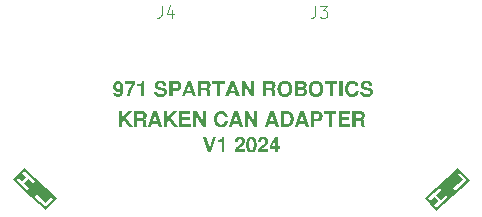
<source format=gbr>
%TF.GenerationSoftware,KiCad,Pcbnew,7.0.9-7.0.9~ubuntu22.04.1*%
%TF.CreationDate,2024-01-02T11:30:04-08:00*%
%TF.ProjectId,kraken-can-adapter,6b72616b-656e-42d6-9361-6e2d61646170,1*%
%TF.SameCoordinates,Original*%
%TF.FileFunction,Legend,Top*%
%TF.FilePolarity,Positive*%
%FSLAX46Y46*%
G04 Gerber Fmt 4.6, Leading zero omitted, Abs format (unit mm)*
G04 Created by KiCad (PCBNEW 7.0.9-7.0.9~ubuntu22.04.1) date 2024-01-02 11:30:04*
%MOMM*%
%LPD*%
G01*
G04 APERTURE LIST*
%ADD10C,0.254000*%
%ADD11C,0.200000*%
%ADD12C,0.100000*%
G04 APERTURE END LIST*
D10*
G36*
X96056445Y-119134685D02*
G01*
X96056445Y-119570500D01*
X95788442Y-119570500D01*
X95788442Y-118268018D01*
X96056445Y-118268018D01*
X96056445Y-118839696D01*
X96565464Y-118268018D01*
X96881857Y-118268018D01*
X96361981Y-118829149D01*
X96937070Y-119570500D01*
X96617266Y-119570500D01*
X96190447Y-118995100D01*
X96056445Y-119134685D01*
G37*
G36*
X97793508Y-118268152D02*
G01*
X97811721Y-118268851D01*
X97829443Y-118270151D01*
X97846675Y-118272050D01*
X97863416Y-118274549D01*
X97879667Y-118277648D01*
X97895426Y-118281347D01*
X97910695Y-118285645D01*
X97925473Y-118290543D01*
X97939761Y-118296041D01*
X97953558Y-118302139D01*
X97966795Y-118308669D01*
X97979406Y-118315581D01*
X97991390Y-118322875D01*
X98002747Y-118330550D01*
X98013476Y-118338607D01*
X98023579Y-118347046D01*
X98033054Y-118355866D01*
X98041903Y-118365069D01*
X98050125Y-118374652D01*
X98057719Y-118384618D01*
X98062434Y-118391473D01*
X98071264Y-118405296D01*
X98079455Y-118419158D01*
X98087006Y-118433058D01*
X98093918Y-118446997D01*
X98100189Y-118460975D01*
X98105821Y-118474992D01*
X98110813Y-118489047D01*
X98115166Y-118503141D01*
X98118946Y-118517250D01*
X98122222Y-118531504D01*
X98124995Y-118545904D01*
X98127263Y-118560448D01*
X98129027Y-118575139D01*
X98130287Y-118589975D01*
X98131043Y-118604956D01*
X98131295Y-118620082D01*
X98131081Y-118634670D01*
X98130436Y-118648964D01*
X98129363Y-118662965D01*
X98127859Y-118676672D01*
X98125926Y-118690087D01*
X98123564Y-118703208D01*
X98120772Y-118716036D01*
X98117550Y-118728571D01*
X98113899Y-118740812D01*
X98109819Y-118752760D01*
X98105308Y-118764416D01*
X98094999Y-118786846D01*
X98082972Y-118808104D01*
X98069227Y-118828188D01*
X98053764Y-118847100D01*
X98036582Y-118864839D01*
X98027347Y-118873269D01*
X98017683Y-118881405D01*
X98007588Y-118889248D01*
X97997065Y-118896798D01*
X97986112Y-118904055D01*
X97974729Y-118911018D01*
X97962916Y-118917689D01*
X97950675Y-118924066D01*
X97938003Y-118930149D01*
X97924902Y-118935940D01*
X97911372Y-118941437D01*
X97923077Y-118946274D01*
X97936603Y-118951966D01*
X97948903Y-118957264D01*
X97962044Y-118963102D01*
X97973418Y-118968373D01*
X97983025Y-118973077D01*
X97994696Y-118979784D01*
X98004972Y-118987244D01*
X98015307Y-118996188D01*
X98024213Y-119005036D01*
X98030174Y-119011540D01*
X98038680Y-119021358D01*
X98047170Y-119032344D01*
X98054117Y-119042825D01*
X98060165Y-119054186D01*
X98062434Y-119059619D01*
X98066466Y-119072550D01*
X98069490Y-119085175D01*
X98072011Y-119097611D01*
X98074531Y-119111789D01*
X98076547Y-119124386D01*
X98078563Y-119138097D01*
X98080478Y-119152341D01*
X98082189Y-119166537D01*
X98083696Y-119180685D01*
X98085000Y-119194784D01*
X98086100Y-119208834D01*
X98086997Y-119222836D01*
X98087690Y-119236790D01*
X98088179Y-119250695D01*
X98088645Y-119265410D01*
X98089110Y-119281792D01*
X98089459Y-119295172D01*
X98089808Y-119309490D01*
X98090157Y-119324747D01*
X98090506Y-119340941D01*
X98090855Y-119358073D01*
X98091204Y-119376142D01*
X98091436Y-119388710D01*
X98091669Y-119401694D01*
X98091902Y-119415095D01*
X98092406Y-119428791D01*
X98093919Y-119441729D01*
X98096441Y-119453909D01*
X98101372Y-119468970D01*
X98108097Y-119482684D01*
X98116615Y-119495050D01*
X98126926Y-119506069D01*
X98139031Y-119515741D01*
X98149286Y-119522110D01*
X98149286Y-119570500D01*
X97861432Y-119570500D01*
X97855489Y-119558926D01*
X97850071Y-119547468D01*
X97844034Y-119533310D01*
X97838814Y-119519333D01*
X97834413Y-119505538D01*
X97830830Y-119491925D01*
X97828552Y-119481165D01*
X97826228Y-119466607D01*
X97824653Y-119453259D01*
X97823330Y-119438399D01*
X97822259Y-119422027D01*
X97821621Y-119408756D01*
X97821125Y-119394634D01*
X97820770Y-119379661D01*
X97820558Y-119363838D01*
X97820487Y-119347164D01*
X97820511Y-119334112D01*
X97820609Y-119318819D01*
X97820784Y-119304662D01*
X97821033Y-119291641D01*
X97821433Y-119277515D01*
X97821942Y-119265025D01*
X97822038Y-119263103D01*
X97822763Y-119250145D01*
X97823373Y-119236172D01*
X97823752Y-119223091D01*
X97823899Y-119209440D01*
X97823553Y-119194484D01*
X97822514Y-119180324D01*
X97820783Y-119166960D01*
X97818359Y-119154391D01*
X97814050Y-119138872D01*
X97808510Y-119124768D01*
X97801740Y-119112080D01*
X97793738Y-119100806D01*
X97784505Y-119090948D01*
X97773978Y-119082297D01*
X97761939Y-119074799D01*
X97748387Y-119068455D01*
X97733324Y-119063264D01*
X97721034Y-119060128D01*
X97707893Y-119057641D01*
X97693902Y-119055802D01*
X97679060Y-119054613D01*
X97663368Y-119054072D01*
X97657948Y-119054036D01*
X97350551Y-119054036D01*
X97350551Y-119570500D01*
X97082548Y-119570500D01*
X97082548Y-118491354D01*
X97350551Y-118491354D01*
X97350551Y-118830700D01*
X97673768Y-118830700D01*
X97691145Y-118830403D01*
X97707682Y-118829511D01*
X97723380Y-118828026D01*
X97738238Y-118825946D01*
X97752257Y-118823271D01*
X97765435Y-118820002D01*
X97777775Y-118816139D01*
X97792920Y-118810064D01*
X97806574Y-118802932D01*
X97815834Y-118796890D01*
X97826957Y-118787250D01*
X97836597Y-118775390D01*
X97844754Y-118761310D01*
X97849899Y-118749294D01*
X97854209Y-118736028D01*
X97857685Y-118721515D01*
X97860326Y-118705752D01*
X97862134Y-118688741D01*
X97863107Y-118670482D01*
X97863293Y-118657615D01*
X97862884Y-118639421D01*
X97861657Y-118622410D01*
X97859612Y-118606582D01*
X97856750Y-118591937D01*
X97853069Y-118578476D01*
X97848571Y-118566198D01*
X97841301Y-118551667D01*
X97832577Y-118539241D01*
X97822399Y-118528917D01*
X97816764Y-118524544D01*
X97804352Y-118516765D01*
X97790379Y-118510023D01*
X97774845Y-118504319D01*
X97762171Y-118500721D01*
X97748619Y-118497707D01*
X97734189Y-118495276D01*
X97718881Y-118493428D01*
X97702695Y-118492164D01*
X97685631Y-118491484D01*
X97673768Y-118491354D01*
X97350551Y-118491354D01*
X97082548Y-118491354D01*
X97082548Y-118268018D01*
X97781093Y-118268018D01*
X97793508Y-118268152D01*
G37*
G36*
X99449906Y-119570500D02*
G01*
X99174769Y-119570500D01*
X99089157Y-119307770D01*
X98601231Y-119307770D01*
X98513758Y-119570500D01*
X98240482Y-119570500D01*
X98413076Y-119084434D01*
X98676297Y-119084434D01*
X99015643Y-119084434D01*
X98845970Y-118575415D01*
X98676297Y-119084434D01*
X98413076Y-119084434D01*
X98702973Y-118268018D01*
X98999823Y-118268018D01*
X99449906Y-119570500D01*
G37*
G36*
X99871763Y-119134685D02*
G01*
X99871763Y-119570500D01*
X99603760Y-119570500D01*
X99603760Y-118268018D01*
X99871763Y-118268018D01*
X99871763Y-118839696D01*
X100380782Y-118268018D01*
X100697174Y-118268018D01*
X100177298Y-118829149D01*
X100752388Y-119570500D01*
X100432583Y-119570500D01*
X100005764Y-118995100D01*
X99871763Y-119134685D01*
G37*
G36*
X101165869Y-119009369D02*
G01*
X101165869Y-119347164D01*
X101871547Y-119347164D01*
X101871547Y-119570500D01*
X100897866Y-119570500D01*
X100897866Y-118268018D01*
X101839288Y-118268018D01*
X101839288Y-118491354D01*
X101165869Y-118491354D01*
X101165869Y-118786033D01*
X101789347Y-118786033D01*
X101789347Y-119009369D01*
X101165869Y-119009369D01*
G37*
G36*
X102871595Y-119570500D02*
G01*
X102348307Y-118670023D01*
X102348307Y-119570500D01*
X102080304Y-119570500D01*
X102080304Y-118268018D01*
X102355441Y-118268018D01*
X102871595Y-119154227D01*
X102871595Y-118268018D01*
X103139598Y-118268018D01*
X103139598Y-119570500D01*
X102871595Y-119570500D01*
G37*
G36*
X104725901Y-118709416D02*
G01*
X104722586Y-118695008D01*
X104718923Y-118681057D01*
X104714912Y-118667564D01*
X104710552Y-118654528D01*
X104705843Y-118641949D01*
X104700787Y-118629828D01*
X104695382Y-118618164D01*
X104689629Y-118606957D01*
X104677077Y-118585917D01*
X104663132Y-118566706D01*
X104647793Y-118549324D01*
X104631061Y-118533772D01*
X104612936Y-118520050D01*
X104593417Y-118508157D01*
X104572505Y-118498095D01*
X104550199Y-118489861D01*
X104526500Y-118483458D01*
X104514128Y-118480942D01*
X104501407Y-118478883D01*
X104488338Y-118477283D01*
X104474921Y-118476139D01*
X104461156Y-118475453D01*
X104447042Y-118475224D01*
X104427424Y-118475699D01*
X104408351Y-118477124D01*
X104389823Y-118479499D01*
X104371840Y-118482824D01*
X104354403Y-118487099D01*
X104337511Y-118492323D01*
X104321165Y-118498498D01*
X104305363Y-118505623D01*
X104290107Y-118513697D01*
X104275396Y-118522722D01*
X104261230Y-118532696D01*
X104247610Y-118543621D01*
X104234535Y-118555495D01*
X104222005Y-118568320D01*
X104210020Y-118582094D01*
X104198581Y-118596818D01*
X104187763Y-118612349D01*
X104177643Y-118628622D01*
X104168221Y-118645636D01*
X104159497Y-118663392D01*
X104151471Y-118681890D01*
X104144143Y-118701129D01*
X104137513Y-118721109D01*
X104131580Y-118741831D01*
X104126346Y-118763295D01*
X104121809Y-118785500D01*
X104117971Y-118808447D01*
X104114830Y-118832135D01*
X104112387Y-118856565D01*
X104111428Y-118869057D01*
X104110642Y-118881736D01*
X104110032Y-118894600D01*
X104109596Y-118907649D01*
X104109334Y-118920883D01*
X104109247Y-118934303D01*
X104109331Y-118947512D01*
X104109585Y-118960538D01*
X104110007Y-118973383D01*
X104110599Y-118986046D01*
X104111359Y-118998528D01*
X104113388Y-119022945D01*
X104116092Y-119046636D01*
X104119473Y-119069600D01*
X104123530Y-119091836D01*
X104128262Y-119113346D01*
X104133671Y-119134129D01*
X104139756Y-119154184D01*
X104146517Y-119173513D01*
X104153955Y-119192114D01*
X104162068Y-119209989D01*
X104170857Y-119227137D01*
X104180323Y-119243557D01*
X104190465Y-119259251D01*
X104195789Y-119266825D01*
X104206914Y-119281324D01*
X104218573Y-119294887D01*
X104230769Y-119307515D01*
X104243500Y-119319208D01*
X104256767Y-119329965D01*
X104270569Y-119339787D01*
X104284907Y-119348674D01*
X104299780Y-119356625D01*
X104315189Y-119363640D01*
X104331133Y-119369720D01*
X104347613Y-119374865D01*
X104364629Y-119379074D01*
X104382180Y-119382348D01*
X104400266Y-119384687D01*
X104418889Y-119386090D01*
X104438046Y-119386558D01*
X104453477Y-119386292D01*
X104468518Y-119385496D01*
X104483168Y-119384170D01*
X104497428Y-119382312D01*
X104511298Y-119379924D01*
X104524778Y-119377005D01*
X104537868Y-119373555D01*
X104550567Y-119369575D01*
X104562877Y-119365064D01*
X104574796Y-119360022D01*
X104586325Y-119354450D01*
X104597464Y-119348346D01*
X104608213Y-119341713D01*
X104618571Y-119334548D01*
X104628540Y-119326853D01*
X104638118Y-119318627D01*
X104647258Y-119309912D01*
X104655910Y-119300752D01*
X104664076Y-119291146D01*
X104671754Y-119281094D01*
X104678945Y-119270596D01*
X104685649Y-119259652D01*
X104691866Y-119248262D01*
X104697596Y-119236427D01*
X104702839Y-119224145D01*
X104707595Y-119211418D01*
X104711864Y-119198244D01*
X104715646Y-119184625D01*
X104718940Y-119170560D01*
X104721748Y-119156049D01*
X104724068Y-119141092D01*
X104725901Y-119125689D01*
X104986770Y-119125689D01*
X104985841Y-119139558D01*
X104984643Y-119153246D01*
X104983177Y-119166755D01*
X104981443Y-119180084D01*
X104979441Y-119193233D01*
X104977170Y-119206201D01*
X104974630Y-119218990D01*
X104971822Y-119231599D01*
X104968746Y-119244028D01*
X104965402Y-119256277D01*
X104961789Y-119268347D01*
X104957908Y-119280236D01*
X104953758Y-119291945D01*
X104944653Y-119314824D01*
X104934475Y-119336983D01*
X104923224Y-119358422D01*
X104910899Y-119379142D01*
X104897500Y-119399142D01*
X104883028Y-119418422D01*
X104867482Y-119436982D01*
X104850863Y-119454823D01*
X104833170Y-119471944D01*
X104823921Y-119480235D01*
X104814466Y-119488307D01*
X104804828Y-119496123D01*
X104785007Y-119510987D01*
X104764455Y-119524825D01*
X104753906Y-119531360D01*
X104743175Y-119537639D01*
X104732261Y-119543661D01*
X104721165Y-119549427D01*
X104709886Y-119554937D01*
X104698425Y-119560191D01*
X104686782Y-119565188D01*
X104674956Y-119569929D01*
X104662948Y-119574414D01*
X104650758Y-119578642D01*
X104638385Y-119582614D01*
X104625830Y-119586330D01*
X104613093Y-119589790D01*
X104600173Y-119592993D01*
X104587071Y-119595940D01*
X104573786Y-119598631D01*
X104560320Y-119601065D01*
X104546670Y-119603244D01*
X104532839Y-119605166D01*
X104518825Y-119606832D01*
X104504629Y-119608241D01*
X104490250Y-119609394D01*
X104475689Y-119610291D01*
X104460946Y-119610932D01*
X104446020Y-119611316D01*
X104430912Y-119611444D01*
X104414058Y-119611266D01*
X104397424Y-119610729D01*
X104381009Y-119609836D01*
X104364813Y-119608585D01*
X104348836Y-119606976D01*
X104333079Y-119605010D01*
X104317541Y-119602687D01*
X104302223Y-119600006D01*
X104287123Y-119596968D01*
X104272243Y-119593572D01*
X104257583Y-119589819D01*
X104243141Y-119585708D01*
X104228919Y-119581240D01*
X104214917Y-119576415D01*
X104201133Y-119571232D01*
X104187569Y-119565692D01*
X104174224Y-119559794D01*
X104161099Y-119553538D01*
X104148193Y-119546926D01*
X104135506Y-119539956D01*
X104123038Y-119532628D01*
X104110790Y-119524943D01*
X104098761Y-119516901D01*
X104086952Y-119508501D01*
X104075362Y-119499743D01*
X104063991Y-119490628D01*
X104052839Y-119481156D01*
X104041907Y-119471326D01*
X104031194Y-119461139D01*
X104020700Y-119450595D01*
X104010426Y-119439693D01*
X104000370Y-119428433D01*
X103990580Y-119416867D01*
X103981101Y-119405043D01*
X103971933Y-119392963D01*
X103963075Y-119380625D01*
X103954528Y-119368031D01*
X103946292Y-119355180D01*
X103938367Y-119342072D01*
X103930753Y-119328708D01*
X103923449Y-119315086D01*
X103916456Y-119301207D01*
X103909774Y-119287072D01*
X103903403Y-119272680D01*
X103897342Y-119258031D01*
X103891592Y-119243125D01*
X103886154Y-119227962D01*
X103881025Y-119212542D01*
X103876208Y-119196865D01*
X103871702Y-119180932D01*
X103867506Y-119164742D01*
X103863621Y-119148294D01*
X103860047Y-119131590D01*
X103856784Y-119114629D01*
X103853831Y-119097411D01*
X103851189Y-119079937D01*
X103848858Y-119062205D01*
X103846838Y-119044216D01*
X103845129Y-119025971D01*
X103843730Y-119007469D01*
X103842642Y-118988710D01*
X103841865Y-118969694D01*
X103841399Y-118950421D01*
X103841244Y-118930891D01*
X103841401Y-118911246D01*
X103841871Y-118891859D01*
X103842656Y-118872732D01*
X103843754Y-118853862D01*
X103845167Y-118835252D01*
X103846893Y-118816900D01*
X103848932Y-118798807D01*
X103851286Y-118780973D01*
X103853954Y-118763397D01*
X103856935Y-118746080D01*
X103860230Y-118729022D01*
X103863839Y-118712223D01*
X103867762Y-118695682D01*
X103871999Y-118679400D01*
X103876549Y-118663376D01*
X103881413Y-118647611D01*
X103886591Y-118632105D01*
X103892083Y-118616858D01*
X103897889Y-118601869D01*
X103904009Y-118587139D01*
X103910442Y-118572668D01*
X103917189Y-118558455D01*
X103924250Y-118544501D01*
X103931625Y-118530806D01*
X103939314Y-118517370D01*
X103947316Y-118504192D01*
X103955632Y-118491273D01*
X103964263Y-118478612D01*
X103973207Y-118466210D01*
X103982464Y-118454067D01*
X103992036Y-118442183D01*
X104001921Y-118430557D01*
X104012095Y-118419240D01*
X104022491Y-118408283D01*
X104033110Y-118397685D01*
X104043952Y-118387446D01*
X104055017Y-118377566D01*
X104066305Y-118368046D01*
X104077816Y-118358884D01*
X104089550Y-118350083D01*
X104101506Y-118341640D01*
X104113686Y-118333557D01*
X104126089Y-118325832D01*
X104138715Y-118318468D01*
X104151563Y-118311462D01*
X104164635Y-118304816D01*
X104177929Y-118298529D01*
X104191447Y-118292601D01*
X104205187Y-118287032D01*
X104219150Y-118281823D01*
X104233337Y-118276973D01*
X104247746Y-118272482D01*
X104262378Y-118268351D01*
X104277233Y-118264578D01*
X104292311Y-118261165D01*
X104307612Y-118258112D01*
X104323136Y-118255417D01*
X104338883Y-118253082D01*
X104354853Y-118251106D01*
X104371046Y-118249489D01*
X104387461Y-118248232D01*
X104404100Y-118247334D01*
X104420962Y-118246795D01*
X104438046Y-118246615D01*
X104452370Y-118246736D01*
X104466530Y-118247098D01*
X104480529Y-118247700D01*
X104494365Y-118248544D01*
X104508039Y-118249629D01*
X104521550Y-118250956D01*
X104534899Y-118252523D01*
X104548086Y-118254331D01*
X104561110Y-118256381D01*
X104573972Y-118258671D01*
X104586671Y-118261203D01*
X104599209Y-118263976D01*
X104611583Y-118266990D01*
X104623796Y-118270245D01*
X104635846Y-118273742D01*
X104647734Y-118277479D01*
X104671022Y-118285677D01*
X104693661Y-118294840D01*
X104715650Y-118304967D01*
X104736990Y-118316059D01*
X104757681Y-118328115D01*
X104777722Y-118341136D01*
X104797114Y-118355121D01*
X104815856Y-118370070D01*
X104833804Y-118385827D01*
X104850737Y-118402311D01*
X104866655Y-118419521D01*
X104881558Y-118437459D01*
X104895445Y-118456123D01*
X104908316Y-118475515D01*
X104920172Y-118495634D01*
X104931013Y-118516479D01*
X104940839Y-118538052D01*
X104949649Y-118560352D01*
X104957444Y-118583378D01*
X104964223Y-118607132D01*
X104967232Y-118619281D01*
X104969987Y-118631612D01*
X104972488Y-118644125D01*
X104974735Y-118656820D01*
X104976729Y-118669697D01*
X104978468Y-118682755D01*
X104979954Y-118695995D01*
X104981186Y-118709416D01*
X104725901Y-118709416D01*
G37*
G36*
X106279015Y-119570500D02*
G01*
X106003877Y-119570500D01*
X105918265Y-119307770D01*
X105430339Y-119307770D01*
X105342866Y-119570500D01*
X105069590Y-119570500D01*
X105242184Y-119084434D01*
X105505405Y-119084434D01*
X105844751Y-119084434D01*
X105675078Y-118575415D01*
X105505405Y-119084434D01*
X105242184Y-119084434D01*
X105532081Y-118268018D01*
X105828931Y-118268018D01*
X106279015Y-119570500D01*
G37*
G36*
X107224159Y-119570500D02*
G01*
X106700871Y-118670023D01*
X106700871Y-119570500D01*
X106432868Y-119570500D01*
X106432868Y-118268018D01*
X106708005Y-118268018D01*
X107224159Y-119154227D01*
X107224159Y-118268018D01*
X107492161Y-118268018D01*
X107492161Y-119570500D01*
X107224159Y-119570500D01*
G37*
G36*
X109349880Y-119570500D02*
G01*
X109074743Y-119570500D01*
X108989131Y-119307770D01*
X108501204Y-119307770D01*
X108413731Y-119570500D01*
X108140455Y-119570500D01*
X108313049Y-119084434D01*
X108576270Y-119084434D01*
X108915616Y-119084434D01*
X108745943Y-118575415D01*
X108576270Y-119084434D01*
X108313049Y-119084434D01*
X108602946Y-118268018D01*
X108899797Y-118268018D01*
X109349880Y-119570500D01*
G37*
G36*
X110031313Y-118268158D02*
G01*
X110049461Y-118268576D01*
X110067198Y-118269272D01*
X110084522Y-118270248D01*
X110101435Y-118271502D01*
X110117936Y-118273035D01*
X110134024Y-118274846D01*
X110149701Y-118276936D01*
X110164965Y-118279305D01*
X110179818Y-118281953D01*
X110194259Y-118284879D01*
X110208288Y-118288084D01*
X110221904Y-118291567D01*
X110235109Y-118295329D01*
X110247902Y-118299370D01*
X110260283Y-118303690D01*
X110272335Y-118308317D01*
X110284143Y-118313282D01*
X110295706Y-118318583D01*
X110307024Y-118324221D01*
X110318098Y-118330195D01*
X110328927Y-118336507D01*
X110339511Y-118343155D01*
X110349850Y-118350141D01*
X110359944Y-118357463D01*
X110369794Y-118365122D01*
X110379399Y-118373118D01*
X110388759Y-118381450D01*
X110397874Y-118390120D01*
X110406745Y-118399126D01*
X110415371Y-118408469D01*
X110423752Y-118418150D01*
X110433542Y-118430095D01*
X110443021Y-118442278D01*
X110452190Y-118454699D01*
X110461048Y-118467358D01*
X110469594Y-118480255D01*
X110477830Y-118493391D01*
X110485756Y-118506764D01*
X110493370Y-118520376D01*
X110500674Y-118534226D01*
X110507667Y-118548314D01*
X110514349Y-118562639D01*
X110520720Y-118577203D01*
X110526780Y-118592006D01*
X110532530Y-118607046D01*
X110537969Y-118622324D01*
X110543097Y-118637840D01*
X110547915Y-118653595D01*
X110552421Y-118669588D01*
X110556617Y-118685818D01*
X110560502Y-118702287D01*
X110564076Y-118718994D01*
X110567339Y-118735939D01*
X110570292Y-118753122D01*
X110572933Y-118770543D01*
X110575264Y-118788202D01*
X110577285Y-118806100D01*
X110578994Y-118824235D01*
X110580393Y-118842608D01*
X110581480Y-118861220D01*
X110582257Y-118880070D01*
X110582723Y-118899158D01*
X110582879Y-118918483D01*
X110582723Y-118937997D01*
X110582257Y-118957259D01*
X110581480Y-118976271D01*
X110580393Y-118995032D01*
X110578994Y-119013542D01*
X110577285Y-119031802D01*
X110575264Y-119049810D01*
X110572933Y-119067568D01*
X110570292Y-119085075D01*
X110567339Y-119102331D01*
X110564076Y-119119336D01*
X110560502Y-119136090D01*
X110556617Y-119152594D01*
X110552421Y-119168847D01*
X110547915Y-119184849D01*
X110543097Y-119200600D01*
X110537969Y-119216100D01*
X110532530Y-119231350D01*
X110526780Y-119246348D01*
X110520720Y-119261096D01*
X110514349Y-119275593D01*
X110507667Y-119289840D01*
X110500674Y-119303835D01*
X110493370Y-119317580D01*
X110485756Y-119331073D01*
X110477830Y-119344316D01*
X110469594Y-119357309D01*
X110461048Y-119370050D01*
X110452190Y-119382540D01*
X110443021Y-119394780D01*
X110433542Y-119406769D01*
X110423752Y-119418507D01*
X110407279Y-119436912D01*
X110389578Y-119454130D01*
X110370648Y-119470161D01*
X110360722Y-119477731D01*
X110350490Y-119485004D01*
X110339950Y-119491980D01*
X110329102Y-119498659D01*
X110317948Y-119505042D01*
X110306486Y-119511127D01*
X110294718Y-119516916D01*
X110282642Y-119522408D01*
X110270259Y-119527603D01*
X110257569Y-119532501D01*
X110244571Y-119537103D01*
X110231267Y-119541407D01*
X110217655Y-119545415D01*
X110203737Y-119549126D01*
X110189511Y-119552539D01*
X110174977Y-119555656D01*
X110160137Y-119558477D01*
X110144990Y-119561000D01*
X110129535Y-119563226D01*
X110113773Y-119565156D01*
X110097704Y-119566789D01*
X110081328Y-119568125D01*
X110064645Y-119569164D01*
X110047655Y-119569906D01*
X110030357Y-119570351D01*
X110012753Y-119570500D01*
X109503733Y-119570500D01*
X109503733Y-118491354D01*
X109771736Y-118491354D01*
X109771736Y-119347164D01*
X110012753Y-119347164D01*
X110031340Y-119346747D01*
X110049338Y-119345495D01*
X110066745Y-119343410D01*
X110083563Y-119340490D01*
X110099790Y-119336736D01*
X110115427Y-119332148D01*
X110130475Y-119326725D01*
X110144932Y-119320468D01*
X110158799Y-119313377D01*
X110172075Y-119305452D01*
X110184762Y-119296692D01*
X110196859Y-119287099D01*
X110208366Y-119276671D01*
X110219282Y-119265409D01*
X110229609Y-119253312D01*
X110239345Y-119240381D01*
X110248492Y-119226617D01*
X110257048Y-119212017D01*
X110265014Y-119196584D01*
X110272390Y-119180316D01*
X110279176Y-119163215D01*
X110285372Y-119145278D01*
X110290978Y-119126508D01*
X110295993Y-119106904D01*
X110300419Y-119086465D01*
X110304255Y-119065192D01*
X110307500Y-119043084D01*
X110310155Y-119020143D01*
X110312221Y-118996367D01*
X110313696Y-118971757D01*
X110314581Y-118946313D01*
X110314876Y-118920034D01*
X110314581Y-118893661D01*
X110313696Y-118868124D01*
X110312221Y-118843425D01*
X110310155Y-118819562D01*
X110307500Y-118796538D01*
X110304255Y-118774350D01*
X110300419Y-118753000D01*
X110295993Y-118732487D01*
X110290978Y-118712811D01*
X110285372Y-118693972D01*
X110279176Y-118675971D01*
X110272390Y-118658807D01*
X110265014Y-118642481D01*
X110257048Y-118626991D01*
X110248492Y-118612339D01*
X110239345Y-118598524D01*
X110229609Y-118585546D01*
X110219282Y-118573406D01*
X110208366Y-118562103D01*
X110196859Y-118551637D01*
X110184762Y-118542009D01*
X110172075Y-118533217D01*
X110158799Y-118525263D01*
X110144932Y-118518147D01*
X110130475Y-118511867D01*
X110115427Y-118506425D01*
X110099790Y-118501820D01*
X110083563Y-118498052D01*
X110066745Y-118495122D01*
X110049338Y-118493029D01*
X110031340Y-118491773D01*
X110012753Y-118491354D01*
X109771736Y-118491354D01*
X109503733Y-118491354D01*
X109503733Y-118268018D01*
X110012753Y-118268018D01*
X110031313Y-118268158D01*
G37*
G36*
X111874814Y-119570500D02*
G01*
X111599676Y-119570500D01*
X111514064Y-119307770D01*
X111026138Y-119307770D01*
X110938665Y-119570500D01*
X110665389Y-119570500D01*
X110837983Y-119084434D01*
X111101204Y-119084434D01*
X111440550Y-119084434D01*
X111270877Y-118575415D01*
X111101204Y-119084434D01*
X110837983Y-119084434D01*
X111127880Y-118268018D01*
X111424730Y-118268018D01*
X111874814Y-119570500D01*
G37*
G36*
X112616691Y-118268120D02*
G01*
X112629129Y-118268423D01*
X112653445Y-118269637D01*
X112677014Y-118271661D01*
X112699837Y-118274494D01*
X112721914Y-118278136D01*
X112743244Y-118282588D01*
X112763828Y-118287849D01*
X112783666Y-118293919D01*
X112802757Y-118300799D01*
X112821102Y-118308488D01*
X112838700Y-118316987D01*
X112855552Y-118326295D01*
X112871657Y-118336412D01*
X112887017Y-118347339D01*
X112901629Y-118359076D01*
X112915496Y-118371621D01*
X112928605Y-118384935D01*
X112940868Y-118398976D01*
X112952286Y-118413744D01*
X112962858Y-118429239D01*
X112972584Y-118445461D01*
X112981464Y-118462410D01*
X112989499Y-118480085D01*
X112996688Y-118498488D01*
X113003031Y-118517618D01*
X113008528Y-118537475D01*
X113013180Y-118558059D01*
X113016986Y-118579370D01*
X113019946Y-118601408D01*
X113022060Y-118624173D01*
X113023329Y-118647665D01*
X113023752Y-118671884D01*
X113023332Y-118696346D01*
X113022075Y-118720181D01*
X113019978Y-118743388D01*
X113017044Y-118765968D01*
X113013271Y-118787920D01*
X113008659Y-118809244D01*
X113003209Y-118829940D01*
X112996920Y-118850009D01*
X112989793Y-118869451D01*
X112981828Y-118888264D01*
X112973024Y-118906450D01*
X112963381Y-118924009D01*
X112952900Y-118940939D01*
X112941581Y-118957242D01*
X112929423Y-118972918D01*
X112916426Y-118987966D01*
X112902770Y-119002239D01*
X112888553Y-119015592D01*
X112873777Y-119028024D01*
X112858440Y-119039534D01*
X112842545Y-119050125D01*
X112826089Y-119059794D01*
X112809073Y-119068542D01*
X112791498Y-119076369D01*
X112773363Y-119083276D01*
X112754668Y-119089262D01*
X112735413Y-119094326D01*
X112715599Y-119098470D01*
X112695224Y-119101693D01*
X112674290Y-119103996D01*
X112652796Y-119105377D01*
X112630743Y-119105837D01*
X112296670Y-119105837D01*
X112296670Y-119570500D01*
X112028667Y-119570500D01*
X112028667Y-118491354D01*
X112296670Y-118491354D01*
X112296670Y-118882502D01*
X112546682Y-118882502D01*
X112559544Y-118882312D01*
X112571998Y-118881742D01*
X112595682Y-118879463D01*
X112617732Y-118875664D01*
X112638149Y-118870346D01*
X112656932Y-118863509D01*
X112674082Y-118855152D01*
X112689599Y-118845275D01*
X112703482Y-118833880D01*
X112715732Y-118820964D01*
X112726349Y-118806530D01*
X112735332Y-118790576D01*
X112742682Y-118773102D01*
X112748399Y-118754109D01*
X112752482Y-118733597D01*
X112754932Y-118711565D01*
X112755749Y-118688013D01*
X112755302Y-118669686D01*
X112753960Y-118652274D01*
X112751725Y-118635778D01*
X112748595Y-118620199D01*
X112744571Y-118605535D01*
X112739653Y-118591787D01*
X112733840Y-118578956D01*
X112727134Y-118567040D01*
X112719533Y-118556040D01*
X112711038Y-118545957D01*
X112704878Y-118539743D01*
X112694843Y-118531096D01*
X112683817Y-118523299D01*
X112671797Y-118516352D01*
X112658786Y-118510256D01*
X112644782Y-118505011D01*
X112629786Y-118500616D01*
X112613797Y-118497072D01*
X112596816Y-118494378D01*
X112578843Y-118492535D01*
X112566309Y-118491779D01*
X112553334Y-118491401D01*
X112546682Y-118491354D01*
X112296670Y-118491354D01*
X112028667Y-118491354D01*
X112028667Y-118268018D01*
X112604067Y-118268018D01*
X112616691Y-118268120D01*
G37*
G36*
X113805736Y-118491354D02*
G01*
X113805736Y-119570500D01*
X113537734Y-119570500D01*
X113537734Y-118491354D01*
X113142864Y-118491354D01*
X113142864Y-118268018D01*
X114186338Y-118268018D01*
X114186338Y-118491354D01*
X113805736Y-118491354D01*
G37*
G36*
X114644176Y-119009369D02*
G01*
X114644176Y-119347164D01*
X115349854Y-119347164D01*
X115349854Y-119570500D01*
X114376173Y-119570500D01*
X114376173Y-118268018D01*
X115317595Y-118268018D01*
X115317595Y-118491354D01*
X114644176Y-118491354D01*
X114644176Y-118786033D01*
X115267655Y-118786033D01*
X115267655Y-119009369D01*
X114644176Y-119009369D01*
G37*
G36*
X116269570Y-118268152D02*
G01*
X116287784Y-118268851D01*
X116305506Y-118270151D01*
X116322738Y-118272050D01*
X116339479Y-118274549D01*
X116355729Y-118277648D01*
X116371489Y-118281347D01*
X116386758Y-118285645D01*
X116401536Y-118290543D01*
X116415824Y-118296041D01*
X116429620Y-118302139D01*
X116442858Y-118308669D01*
X116455469Y-118315581D01*
X116467453Y-118322875D01*
X116478809Y-118330550D01*
X116489539Y-118338607D01*
X116499642Y-118347046D01*
X116509117Y-118355866D01*
X116517966Y-118365069D01*
X116526187Y-118374652D01*
X116533782Y-118384618D01*
X116538496Y-118391473D01*
X116547327Y-118405296D01*
X116555518Y-118419158D01*
X116563069Y-118433058D01*
X116569981Y-118446997D01*
X116576252Y-118460975D01*
X116581884Y-118474992D01*
X116586876Y-118489047D01*
X116591228Y-118503141D01*
X116595009Y-118517250D01*
X116598285Y-118531504D01*
X116601058Y-118545904D01*
X116603326Y-118560448D01*
X116605090Y-118575139D01*
X116606350Y-118589975D01*
X116607106Y-118604956D01*
X116607358Y-118620082D01*
X116607144Y-118634670D01*
X116606499Y-118648964D01*
X116605425Y-118662965D01*
X116603922Y-118676672D01*
X116601989Y-118690087D01*
X116599627Y-118703208D01*
X116596835Y-118716036D01*
X116593613Y-118728571D01*
X116589962Y-118740812D01*
X116585881Y-118752760D01*
X116581371Y-118764416D01*
X116571062Y-118786846D01*
X116559035Y-118808104D01*
X116545290Y-118828188D01*
X116529827Y-118847100D01*
X116512645Y-118864839D01*
X116503410Y-118873269D01*
X116493745Y-118881405D01*
X116483651Y-118889248D01*
X116473128Y-118896798D01*
X116462174Y-118904055D01*
X116450792Y-118911018D01*
X116438979Y-118917689D01*
X116426737Y-118924066D01*
X116414066Y-118930149D01*
X116400965Y-118935940D01*
X116387435Y-118941437D01*
X116399139Y-118946274D01*
X116412666Y-118951966D01*
X116424966Y-118957264D01*
X116438107Y-118963102D01*
X116449481Y-118968373D01*
X116459088Y-118973077D01*
X116470759Y-118979784D01*
X116481035Y-118987244D01*
X116491370Y-118996188D01*
X116500275Y-119005036D01*
X116506237Y-119011540D01*
X116514743Y-119021358D01*
X116523233Y-119032344D01*
X116530180Y-119042825D01*
X116536228Y-119054186D01*
X116538496Y-119059619D01*
X116542529Y-119072550D01*
X116545553Y-119085175D01*
X116548074Y-119097611D01*
X116550594Y-119111789D01*
X116552610Y-119124386D01*
X116554626Y-119138097D01*
X116556541Y-119152341D01*
X116558252Y-119166537D01*
X116559759Y-119180685D01*
X116561063Y-119194784D01*
X116562163Y-119208834D01*
X116563059Y-119222836D01*
X116563753Y-119236790D01*
X116564242Y-119250695D01*
X116564707Y-119265410D01*
X116565173Y-119281792D01*
X116565522Y-119295172D01*
X116565871Y-119309490D01*
X116566220Y-119324747D01*
X116566568Y-119340941D01*
X116566917Y-119358073D01*
X116567266Y-119376142D01*
X116567499Y-119388710D01*
X116567732Y-119401694D01*
X116567964Y-119415095D01*
X116568469Y-119428791D01*
X116569982Y-119441729D01*
X116572504Y-119453909D01*
X116577435Y-119468970D01*
X116584160Y-119482684D01*
X116592678Y-119495050D01*
X116602989Y-119506069D01*
X116615094Y-119515741D01*
X116625349Y-119522110D01*
X116625349Y-119570500D01*
X116337494Y-119570500D01*
X116331552Y-119558926D01*
X116326134Y-119547468D01*
X116320097Y-119533310D01*
X116314877Y-119519333D01*
X116310476Y-119505538D01*
X116306892Y-119491925D01*
X116304614Y-119481165D01*
X116302291Y-119466607D01*
X116300716Y-119453259D01*
X116299393Y-119438399D01*
X116298322Y-119422027D01*
X116297684Y-119408756D01*
X116297187Y-119394634D01*
X116296833Y-119379661D01*
X116296620Y-119363838D01*
X116296549Y-119347164D01*
X116296574Y-119334112D01*
X116296672Y-119318819D01*
X116296846Y-119304662D01*
X116297096Y-119291641D01*
X116297496Y-119277515D01*
X116298005Y-119265025D01*
X116298100Y-119263103D01*
X116298826Y-119250145D01*
X116299436Y-119236172D01*
X116299814Y-119223091D01*
X116299962Y-119209440D01*
X116299615Y-119194484D01*
X116298577Y-119180324D01*
X116296845Y-119166960D01*
X116294422Y-119154391D01*
X116290113Y-119138872D01*
X116284573Y-119124768D01*
X116277802Y-119112080D01*
X116269801Y-119100806D01*
X116260568Y-119090948D01*
X116250041Y-119082297D01*
X116238001Y-119074799D01*
X116224450Y-119068455D01*
X116209387Y-119063264D01*
X116197097Y-119060128D01*
X116183956Y-119057641D01*
X116169965Y-119055802D01*
X116155123Y-119054613D01*
X116139431Y-119054072D01*
X116134011Y-119054036D01*
X115826614Y-119054036D01*
X115826614Y-119570500D01*
X115558611Y-119570500D01*
X115558611Y-118491354D01*
X115826614Y-118491354D01*
X115826614Y-118830700D01*
X116149830Y-118830700D01*
X116167208Y-118830403D01*
X116183745Y-118829511D01*
X116199443Y-118828026D01*
X116214301Y-118825946D01*
X116228320Y-118823271D01*
X116241498Y-118820002D01*
X116253837Y-118816139D01*
X116268983Y-118810064D01*
X116282636Y-118802932D01*
X116291897Y-118796890D01*
X116303020Y-118787250D01*
X116312660Y-118775390D01*
X116320817Y-118761310D01*
X116325961Y-118749294D01*
X116330272Y-118736028D01*
X116333748Y-118721515D01*
X116336389Y-118705752D01*
X116338197Y-118688741D01*
X116339170Y-118670482D01*
X116339355Y-118657615D01*
X116338947Y-118639421D01*
X116337720Y-118622410D01*
X116335675Y-118606582D01*
X116332812Y-118591937D01*
X116329132Y-118578476D01*
X116324634Y-118566198D01*
X116317364Y-118551667D01*
X116308640Y-118539241D01*
X116298461Y-118528917D01*
X116292827Y-118524544D01*
X116280415Y-118516765D01*
X116266442Y-118510023D01*
X116250908Y-118504319D01*
X116238234Y-118500721D01*
X116224681Y-118497707D01*
X116210251Y-118495276D01*
X116194943Y-118493428D01*
X116178758Y-118492164D01*
X116161694Y-118491484D01*
X116149830Y-118491354D01*
X115826614Y-118491354D01*
X115558611Y-118491354D01*
X115558611Y-118268018D01*
X116257156Y-118268018D01*
X116269570Y-118268152D01*
G37*
G36*
X103568899Y-121704100D02*
G01*
X103341841Y-121704100D01*
X102902304Y-120401618D01*
X103172168Y-120401618D01*
X103461574Y-121382434D01*
X103745706Y-120401618D01*
X104015570Y-120401618D01*
X103568899Y-121704100D01*
G37*
G36*
X104470617Y-120830299D02*
G01*
X104166942Y-120830299D01*
X104166942Y-120664348D01*
X104187229Y-120664126D01*
X104206988Y-120663461D01*
X104226220Y-120662352D01*
X104244926Y-120660800D01*
X104263104Y-120658805D01*
X104280755Y-120656365D01*
X104297879Y-120653483D01*
X104314476Y-120650157D01*
X104330546Y-120646387D01*
X104346088Y-120642174D01*
X104361104Y-120637518D01*
X104375593Y-120632418D01*
X104389554Y-120626875D01*
X104402988Y-120620888D01*
X104415896Y-120614457D01*
X104428276Y-120607583D01*
X104440129Y-120600266D01*
X104451455Y-120592505D01*
X104462254Y-120584301D01*
X104472526Y-120575653D01*
X104482271Y-120566562D01*
X104491489Y-120557028D01*
X104500180Y-120547049D01*
X104508343Y-120536628D01*
X104515980Y-120525763D01*
X104523090Y-120514454D01*
X104529672Y-120502702D01*
X104535727Y-120490507D01*
X104541256Y-120477868D01*
X104546257Y-120464785D01*
X104550731Y-120451259D01*
X104554678Y-120437290D01*
X104720629Y-120437290D01*
X104720629Y-121704100D01*
X104470617Y-121704100D01*
X104470617Y-120830299D01*
G37*
G36*
X106446827Y-120812618D02*
G01*
X106446649Y-120825725D01*
X106446115Y-120838679D01*
X106445224Y-120851480D01*
X106443977Y-120864129D01*
X106442374Y-120876625D01*
X106440415Y-120888968D01*
X106438100Y-120901159D01*
X106433958Y-120919158D01*
X106429016Y-120936815D01*
X106423271Y-120954127D01*
X106416726Y-120971096D01*
X106409378Y-120987722D01*
X106401229Y-121004004D01*
X106392523Y-121019814D01*
X106383385Y-121035138D01*
X106373817Y-121049977D01*
X106363818Y-121064331D01*
X106353388Y-121078200D01*
X106342528Y-121091583D01*
X106331236Y-121104481D01*
X106319514Y-121116893D01*
X106307361Y-121128821D01*
X106294778Y-121140263D01*
X106286150Y-121147621D01*
X106273034Y-121158421D01*
X106259857Y-121169068D01*
X106246621Y-121179562D01*
X106233325Y-121189904D01*
X106219970Y-121200093D01*
X106206554Y-121210129D01*
X106193078Y-121220013D01*
X106179542Y-121229744D01*
X106165946Y-121239322D01*
X106152290Y-121248748D01*
X106143153Y-121254947D01*
X106129473Y-121264215D01*
X106115886Y-121273642D01*
X106102392Y-121283226D01*
X106088991Y-121292969D01*
X106075682Y-121302870D01*
X106062466Y-121312929D01*
X106049343Y-121323146D01*
X106036312Y-121333521D01*
X106023374Y-121344055D01*
X106010529Y-121354746D01*
X106002017Y-121361962D01*
X105989626Y-121372862D01*
X105977928Y-121383812D01*
X105966922Y-121394810D01*
X105956608Y-121405858D01*
X105946987Y-121416955D01*
X105938059Y-121428101D01*
X105929823Y-121439296D01*
X105922279Y-121450540D01*
X105915428Y-121461833D01*
X105909269Y-121473175D01*
X105905548Y-121480764D01*
X106441554Y-121480764D01*
X106441554Y-121704100D01*
X105580471Y-121704100D01*
X105581800Y-121682514D01*
X105583539Y-121661492D01*
X105585687Y-121641036D01*
X105588245Y-121621143D01*
X105591212Y-121601816D01*
X105594589Y-121583053D01*
X105598376Y-121564855D01*
X105602572Y-121547222D01*
X105607177Y-121530153D01*
X105612193Y-121513649D01*
X105617617Y-121497709D01*
X105623451Y-121482334D01*
X105629695Y-121467524D01*
X105636348Y-121453278D01*
X105643411Y-121439597D01*
X105650884Y-121426481D01*
X105658986Y-121413570D01*
X105667862Y-121400585D01*
X105677510Y-121387524D01*
X105687932Y-121374389D01*
X105699127Y-121361178D01*
X105711094Y-121347892D01*
X105723835Y-121334531D01*
X105737349Y-121321094D01*
X105751636Y-121307583D01*
X105766695Y-121293996D01*
X105782528Y-121280335D01*
X105799134Y-121266598D01*
X105816513Y-121252786D01*
X105834666Y-121238899D01*
X105853591Y-121224937D01*
X105873289Y-121210900D01*
X105886207Y-121201824D01*
X105898828Y-121192896D01*
X105911153Y-121184116D01*
X105923181Y-121175485D01*
X105934912Y-121167003D01*
X105946345Y-121158668D01*
X105957483Y-121150483D01*
X105968323Y-121142445D01*
X105978866Y-121134556D01*
X105989113Y-121126816D01*
X105999062Y-121119224D01*
X106018071Y-121104485D01*
X106035892Y-121090340D01*
X106052526Y-121076789D01*
X106067973Y-121063831D01*
X106082232Y-121051467D01*
X106095303Y-121039697D01*
X106107187Y-121028520D01*
X106117884Y-121017938D01*
X106127393Y-121007949D01*
X106135715Y-120998553D01*
X106139430Y-120994078D01*
X106149686Y-120980512D01*
X106158932Y-120966336D01*
X106167170Y-120951548D01*
X106174399Y-120936151D01*
X106180620Y-120920142D01*
X106185832Y-120903523D01*
X106190035Y-120886293D01*
X106193229Y-120868452D01*
X106195414Y-120850001D01*
X106196311Y-120837360D01*
X106196759Y-120824449D01*
X106196815Y-120817891D01*
X106196398Y-120800504D01*
X106195147Y-120783820D01*
X106193061Y-120767840D01*
X106190141Y-120752563D01*
X106186387Y-120737989D01*
X106181799Y-120724119D01*
X106176377Y-120710952D01*
X106170120Y-120698488D01*
X106163029Y-120686728D01*
X106155103Y-120675671D01*
X106149357Y-120668691D01*
X106140192Y-120658934D01*
X106130378Y-120650137D01*
X106119916Y-120642300D01*
X106108804Y-120635423D01*
X106097044Y-120629505D01*
X106084635Y-120624547D01*
X106071577Y-120620548D01*
X106057870Y-120617509D01*
X106043515Y-120615430D01*
X106028510Y-120614311D01*
X106018147Y-120614097D01*
X106002430Y-120614618D01*
X105987384Y-120616180D01*
X105973008Y-120618784D01*
X105959303Y-120622429D01*
X105946269Y-120627115D01*
X105933905Y-120632843D01*
X105922212Y-120639613D01*
X105911190Y-120647423D01*
X105900838Y-120656275D01*
X105891157Y-120666169D01*
X105885076Y-120673343D01*
X105876595Y-120684800D01*
X105868947Y-120697069D01*
X105862134Y-120710151D01*
X105856156Y-120724045D01*
X105851011Y-120738751D01*
X105846701Y-120754270D01*
X105843225Y-120770601D01*
X105840583Y-120787745D01*
X105838776Y-120805701D01*
X105838034Y-120818123D01*
X105837663Y-120830906D01*
X105837617Y-120837433D01*
X105837617Y-120878688D01*
X105598152Y-120878688D01*
X105597334Y-120865929D01*
X105596857Y-120853514D01*
X105596625Y-120840215D01*
X105596601Y-120834021D01*
X105596708Y-120821603D01*
X105597566Y-120797285D01*
X105599282Y-120773657D01*
X105601855Y-120750720D01*
X105605287Y-120728474D01*
X105609576Y-120706918D01*
X105614723Y-120686053D01*
X105620728Y-120665879D01*
X105627591Y-120646395D01*
X105635312Y-120627602D01*
X105643891Y-120609499D01*
X105653327Y-120592088D01*
X105663621Y-120575367D01*
X105674774Y-120559336D01*
X105686784Y-120543996D01*
X105699652Y-120529347D01*
X105706407Y-120522282D01*
X105720473Y-120508759D01*
X105735216Y-120496109D01*
X105750638Y-120484332D01*
X105766739Y-120473427D01*
X105783518Y-120463394D01*
X105800976Y-120454234D01*
X105819112Y-120445946D01*
X105837927Y-120438531D01*
X105857421Y-120431988D01*
X105877593Y-120426317D01*
X105898443Y-120421519D01*
X105919972Y-120417593D01*
X105942180Y-120414540D01*
X105965066Y-120412359D01*
X105988630Y-120411050D01*
X106012874Y-120410614D01*
X106025297Y-120410720D01*
X106049656Y-120411571D01*
X106073366Y-120413272D01*
X106096427Y-120415824D01*
X106118838Y-120419226D01*
X106140600Y-120423479D01*
X106161712Y-120428583D01*
X106182175Y-120434537D01*
X106201988Y-120441342D01*
X106221152Y-120448997D01*
X106239666Y-120457503D01*
X106257531Y-120466859D01*
X106274747Y-120477067D01*
X106291313Y-120488124D01*
X106307229Y-120500033D01*
X106322496Y-120512792D01*
X106329886Y-120519490D01*
X106344047Y-120533394D01*
X106357294Y-120547887D01*
X106369628Y-120562968D01*
X106381048Y-120578639D01*
X106391554Y-120594898D01*
X106401147Y-120611747D01*
X106409826Y-120629184D01*
X106417592Y-120647210D01*
X106424444Y-120665825D01*
X106430382Y-120685029D01*
X106435407Y-120704821D01*
X106439518Y-120725203D01*
X106442716Y-120746173D01*
X106445000Y-120767733D01*
X106446370Y-120789881D01*
X106446827Y-120812618D01*
G37*
G36*
X107017578Y-120410799D02*
G01*
X107032788Y-120411355D01*
X107047695Y-120412282D01*
X107062299Y-120413580D01*
X107076601Y-120415248D01*
X107090599Y-120417288D01*
X107104295Y-120419698D01*
X107117687Y-120422479D01*
X107130777Y-120425630D01*
X107143564Y-120429152D01*
X107156048Y-120433046D01*
X107168229Y-120437309D01*
X107180107Y-120441944D01*
X107191682Y-120446949D01*
X107202954Y-120452326D01*
X107213923Y-120458073D01*
X107229812Y-120467316D01*
X107245024Y-120477367D01*
X107259561Y-120488225D01*
X107273421Y-120499890D01*
X107286605Y-120512362D01*
X107299113Y-120525640D01*
X107310945Y-120539726D01*
X107322101Y-120554619D01*
X107329163Y-120564996D01*
X107335924Y-120575731D01*
X107342385Y-120586825D01*
X107348545Y-120598278D01*
X107354485Y-120609969D01*
X107360206Y-120621857D01*
X107365709Y-120633941D01*
X107370995Y-120646221D01*
X107376062Y-120658698D01*
X107380911Y-120671371D01*
X107385542Y-120684240D01*
X107389955Y-120697305D01*
X107394150Y-120710567D01*
X107398127Y-120724025D01*
X107401885Y-120737680D01*
X107405426Y-120751530D01*
X107408748Y-120765577D01*
X107411852Y-120779820D01*
X107414739Y-120794260D01*
X107417407Y-120808896D01*
X107419923Y-120823791D01*
X107422278Y-120839008D01*
X107424470Y-120854548D01*
X107426499Y-120870410D01*
X107428366Y-120886594D01*
X107430071Y-120903101D01*
X107431614Y-120919930D01*
X107432994Y-120937081D01*
X107434211Y-120954555D01*
X107435267Y-120972350D01*
X107436160Y-120990469D01*
X107436890Y-121008909D01*
X107437459Y-121027672D01*
X107437865Y-121046757D01*
X107438108Y-121066164D01*
X107438189Y-121085894D01*
X107438112Y-121103646D01*
X107437879Y-121121154D01*
X107437491Y-121138416D01*
X107436949Y-121155434D01*
X107436251Y-121172208D01*
X107435398Y-121188736D01*
X107434390Y-121205020D01*
X107433226Y-121221059D01*
X107431908Y-121236853D01*
X107430435Y-121252402D01*
X107428806Y-121267707D01*
X107427023Y-121282767D01*
X107425084Y-121297582D01*
X107422990Y-121312152D01*
X107420741Y-121326478D01*
X107418337Y-121340559D01*
X107415789Y-121354454D01*
X107413030Y-121368224D01*
X107410060Y-121381867D01*
X107406880Y-121395384D01*
X107403488Y-121408776D01*
X107399886Y-121422041D01*
X107396073Y-121435181D01*
X107392049Y-121448194D01*
X107387814Y-121461081D01*
X107383368Y-121473843D01*
X107378712Y-121486478D01*
X107373845Y-121498987D01*
X107368767Y-121511371D01*
X107363478Y-121523628D01*
X107357978Y-121535759D01*
X107352267Y-121547765D01*
X107346324Y-121559532D01*
X107340049Y-121570951D01*
X107333441Y-121582021D01*
X107326502Y-121592742D01*
X107319231Y-121603114D01*
X107311628Y-121613137D01*
X107303692Y-121622811D01*
X107295425Y-121632136D01*
X107286826Y-121641112D01*
X107277895Y-121649739D01*
X107268631Y-121658017D01*
X107259036Y-121665946D01*
X107249109Y-121673527D01*
X107238850Y-121680758D01*
X107228258Y-121687640D01*
X107217335Y-121694173D01*
X107206135Y-121700334D01*
X107194633Y-121706096D01*
X107182832Y-121711462D01*
X107170729Y-121716429D01*
X107158327Y-121721000D01*
X107145624Y-121725173D01*
X107132620Y-121728949D01*
X107119316Y-121732327D01*
X107105711Y-121735307D01*
X107091806Y-121737891D01*
X107077600Y-121740077D01*
X107063094Y-121741865D01*
X107048287Y-121743256D01*
X107033180Y-121744250D01*
X107017773Y-121744846D01*
X107002064Y-121745044D01*
X106986396Y-121744846D01*
X106971031Y-121744250D01*
X106955969Y-121743256D01*
X106941209Y-121741865D01*
X106926753Y-121740077D01*
X106912599Y-121737891D01*
X106898749Y-121735307D01*
X106885201Y-121732327D01*
X106871956Y-121728949D01*
X106859014Y-121725173D01*
X106846375Y-121721000D01*
X106834039Y-121716429D01*
X106822006Y-121711462D01*
X106810276Y-121706096D01*
X106798849Y-121700334D01*
X106787724Y-121694173D01*
X106776946Y-121687644D01*
X106766481Y-121680772D01*
X106756329Y-121673559D01*
X106741686Y-121662099D01*
X106727746Y-121649870D01*
X106714510Y-121636872D01*
X106701978Y-121623105D01*
X106694013Y-121613500D01*
X106686362Y-121603554D01*
X106679023Y-121593265D01*
X106671996Y-121582635D01*
X106665282Y-121571664D01*
X106658881Y-121560350D01*
X106652792Y-121548695D01*
X106647005Y-121536795D01*
X106641432Y-121524748D01*
X106636071Y-121512552D01*
X106630924Y-121500209D01*
X106625990Y-121487718D01*
X106621269Y-121475079D01*
X106616762Y-121462292D01*
X106612468Y-121449357D01*
X106608387Y-121436275D01*
X106604519Y-121423045D01*
X106600865Y-121409666D01*
X106597424Y-121396141D01*
X106594196Y-121382467D01*
X106591181Y-121368645D01*
X106588380Y-121354676D01*
X106585792Y-121340559D01*
X106583425Y-121326232D01*
X106581211Y-121311634D01*
X106579150Y-121296764D01*
X106577242Y-121281623D01*
X106575486Y-121266210D01*
X106573883Y-121250526D01*
X106572433Y-121234571D01*
X106571135Y-121218344D01*
X106569990Y-121201846D01*
X106568998Y-121185077D01*
X106568158Y-121168036D01*
X106567471Y-121150723D01*
X106566937Y-121133140D01*
X106566555Y-121115284D01*
X106566326Y-121097158D01*
X106566250Y-121078760D01*
X106566259Y-121076899D01*
X106816262Y-121076899D01*
X106816352Y-121099386D01*
X106816625Y-121121251D01*
X106817079Y-121142492D01*
X106817716Y-121163112D01*
X106818533Y-121183108D01*
X106819533Y-121202481D01*
X106820714Y-121221232D01*
X106822078Y-121239360D01*
X106823623Y-121256865D01*
X106825349Y-121273747D01*
X106827258Y-121290006D01*
X106829348Y-121305643D01*
X106831620Y-121320657D01*
X106834073Y-121335048D01*
X106836709Y-121348816D01*
X106839526Y-121361962D01*
X106842493Y-121374524D01*
X106845579Y-121386544D01*
X106850431Y-121403556D01*
X106855550Y-121419347D01*
X106860936Y-121433916D01*
X106866590Y-121447263D01*
X106872510Y-121459390D01*
X106878698Y-121470295D01*
X106887364Y-121482935D01*
X106896505Y-121493404D01*
X106901253Y-121497824D01*
X106911242Y-121505530D01*
X106921978Y-121512209D01*
X106933460Y-121517860D01*
X106945688Y-121522484D01*
X106958662Y-121526080D01*
X106972383Y-121528649D01*
X106986851Y-121530190D01*
X107002064Y-121530704D01*
X107016915Y-121530205D01*
X107031067Y-121528707D01*
X107044522Y-121526211D01*
X107057278Y-121522717D01*
X107069337Y-121518224D01*
X107080697Y-121512733D01*
X107091360Y-121506243D01*
X107101325Y-121498755D01*
X107110718Y-121489590D01*
X107119665Y-121478224D01*
X107128166Y-121464658D01*
X107134249Y-121453040D01*
X107140081Y-121440184D01*
X107145663Y-121426090D01*
X107150994Y-121410758D01*
X107156074Y-121394189D01*
X107160903Y-121376382D01*
X107163983Y-121363823D01*
X107166913Y-121350685D01*
X107169653Y-121336938D01*
X107172205Y-121322584D01*
X107174568Y-121307621D01*
X107176742Y-121292049D01*
X107178726Y-121275870D01*
X107180522Y-121259082D01*
X107182129Y-121241686D01*
X107183546Y-121223682D01*
X107184775Y-121205069D01*
X107185815Y-121185849D01*
X107186665Y-121166020D01*
X107187327Y-121145582D01*
X107187799Y-121124537D01*
X107188083Y-121102883D01*
X107188178Y-121080621D01*
X107188131Y-121064584D01*
X107187992Y-121048848D01*
X107187760Y-121033415D01*
X107187436Y-121018283D01*
X107187019Y-121003452D01*
X107186509Y-120988924D01*
X107185907Y-120974697D01*
X107185211Y-120960772D01*
X107184423Y-120947148D01*
X107183543Y-120933827D01*
X107182570Y-120920807D01*
X107181504Y-120908088D01*
X107180345Y-120895672D01*
X107177750Y-120871743D01*
X107174783Y-120849022D01*
X107171446Y-120827508D01*
X107167739Y-120807200D01*
X107163660Y-120788099D01*
X107159211Y-120770205D01*
X107154391Y-120753518D01*
X107149200Y-120738038D01*
X107143639Y-120723764D01*
X107140719Y-120717080D01*
X107134615Y-120704422D01*
X107128171Y-120692580D01*
X107121384Y-120681555D01*
X107114256Y-120671347D01*
X107102923Y-120657565D01*
X107090821Y-120645622D01*
X107077950Y-120635515D01*
X107064311Y-120627246D01*
X107049902Y-120620815D01*
X107034725Y-120616221D01*
X107018779Y-120613465D01*
X107002064Y-120612546D01*
X106983836Y-120613435D01*
X106966605Y-120616102D01*
X106950372Y-120620545D01*
X106935136Y-120626767D01*
X106920899Y-120634766D01*
X106907659Y-120644542D01*
X106895418Y-120656096D01*
X106884173Y-120669427D01*
X106873927Y-120684536D01*
X106867651Y-120695596D01*
X106861818Y-120707447D01*
X106859068Y-120713668D01*
X106853884Y-120726901D01*
X106849035Y-120741396D01*
X106844520Y-120757154D01*
X106840340Y-120774174D01*
X106836494Y-120792457D01*
X106832983Y-120812002D01*
X106829806Y-120832811D01*
X106826963Y-120854881D01*
X106824455Y-120878214D01*
X106822281Y-120902810D01*
X106821320Y-120915581D01*
X106820442Y-120928668D01*
X106819648Y-120942071D01*
X106818937Y-120955789D01*
X106818310Y-120969823D01*
X106817766Y-120984173D01*
X106817307Y-120998838D01*
X106816930Y-121013819D01*
X106816638Y-121029115D01*
X106816429Y-121044727D01*
X106816303Y-121060655D01*
X106816262Y-121076899D01*
X106566259Y-121076899D01*
X106566346Y-121058687D01*
X106566634Y-121038910D01*
X106567114Y-121019429D01*
X106567786Y-121000243D01*
X106568650Y-120981353D01*
X106569707Y-120962759D01*
X106570955Y-120944460D01*
X106572395Y-120926457D01*
X106574028Y-120908750D01*
X106575852Y-120891338D01*
X106577869Y-120874222D01*
X106580077Y-120857401D01*
X106582478Y-120840877D01*
X106585071Y-120824647D01*
X106587855Y-120808714D01*
X106590832Y-120793076D01*
X106594001Y-120777734D01*
X106597362Y-120762687D01*
X106600915Y-120747936D01*
X106604660Y-120733481D01*
X106608597Y-120719322D01*
X106612726Y-120705458D01*
X106617047Y-120691889D01*
X106621560Y-120678617D01*
X106626265Y-120665640D01*
X106631163Y-120652958D01*
X106636252Y-120640572D01*
X106641533Y-120628482D01*
X106647007Y-120616688D01*
X106652672Y-120605189D01*
X106658530Y-120593986D01*
X106664579Y-120583079D01*
X106677421Y-120562194D01*
X106691362Y-120542657D01*
X106706404Y-120524467D01*
X106722546Y-120507625D01*
X106739788Y-120492130D01*
X106758130Y-120477983D01*
X106777573Y-120465183D01*
X106798116Y-120453730D01*
X106819758Y-120443625D01*
X106842502Y-120434867D01*
X106866345Y-120427456D01*
X106878679Y-120424256D01*
X106891288Y-120421393D01*
X106904173Y-120418867D01*
X106917332Y-120416677D01*
X106930767Y-120414824D01*
X106944476Y-120413309D01*
X106958461Y-120412130D01*
X106972720Y-120411287D01*
X106987255Y-120410782D01*
X107002064Y-120410614D01*
X107017578Y-120410799D01*
G37*
G36*
X108422107Y-120812618D02*
G01*
X108421929Y-120825725D01*
X108421395Y-120838679D01*
X108420504Y-120851480D01*
X108419257Y-120864129D01*
X108417654Y-120876625D01*
X108415695Y-120888968D01*
X108413379Y-120901159D01*
X108409238Y-120919158D01*
X108404295Y-120936815D01*
X108398551Y-120954127D01*
X108392005Y-120971096D01*
X108384658Y-120987722D01*
X108376509Y-121004004D01*
X108367803Y-121019814D01*
X108358665Y-121035138D01*
X108349097Y-121049977D01*
X108339098Y-121064331D01*
X108328668Y-121078200D01*
X108317807Y-121091583D01*
X108306516Y-121104481D01*
X108294794Y-121116893D01*
X108282641Y-121128821D01*
X108270058Y-121140263D01*
X108261429Y-121147621D01*
X108248313Y-121158421D01*
X108235137Y-121169068D01*
X108221901Y-121179562D01*
X108208605Y-121189904D01*
X108195249Y-121200093D01*
X108181833Y-121210129D01*
X108168357Y-121220013D01*
X108154822Y-121229744D01*
X108141226Y-121239322D01*
X108127570Y-121248748D01*
X108118433Y-121254947D01*
X108104753Y-121264215D01*
X108091166Y-121273642D01*
X108077672Y-121283226D01*
X108064271Y-121292969D01*
X108050962Y-121302870D01*
X108037746Y-121312929D01*
X108024623Y-121323146D01*
X108011592Y-121333521D01*
X107998654Y-121344055D01*
X107985809Y-121354746D01*
X107977297Y-121361962D01*
X107964906Y-121372862D01*
X107953208Y-121383812D01*
X107942202Y-121394810D01*
X107931888Y-121405858D01*
X107922267Y-121416955D01*
X107913339Y-121428101D01*
X107905103Y-121439296D01*
X107897559Y-121450540D01*
X107890708Y-121461833D01*
X107884549Y-121473175D01*
X107880828Y-121480764D01*
X108416834Y-121480764D01*
X108416834Y-121704100D01*
X107555751Y-121704100D01*
X107557080Y-121682514D01*
X107558819Y-121661492D01*
X107560967Y-121641036D01*
X107563525Y-121621143D01*
X107566492Y-121601816D01*
X107569869Y-121583053D01*
X107573656Y-121564855D01*
X107577852Y-121547222D01*
X107582457Y-121530153D01*
X107587472Y-121513649D01*
X107592897Y-121497709D01*
X107598731Y-121482334D01*
X107604975Y-121467524D01*
X107611628Y-121453278D01*
X107618691Y-121439597D01*
X107626164Y-121426481D01*
X107634266Y-121413570D01*
X107643142Y-121400585D01*
X107652790Y-121387524D01*
X107663212Y-121374389D01*
X107674406Y-121361178D01*
X107686374Y-121347892D01*
X107699115Y-121334531D01*
X107712629Y-121321094D01*
X107726915Y-121307583D01*
X107741975Y-121293996D01*
X107757808Y-121280335D01*
X107774414Y-121266598D01*
X107791793Y-121252786D01*
X107809945Y-121238899D01*
X107828870Y-121224937D01*
X107848569Y-121210900D01*
X107861487Y-121201824D01*
X107874108Y-121192896D01*
X107886433Y-121184116D01*
X107898461Y-121175485D01*
X107910191Y-121167003D01*
X107921625Y-121158668D01*
X107932762Y-121150483D01*
X107943603Y-121142445D01*
X107954146Y-121134556D01*
X107964393Y-121126816D01*
X107974342Y-121119224D01*
X107993351Y-121104485D01*
X108011172Y-121090340D01*
X108027806Y-121076789D01*
X108043252Y-121063831D01*
X108057511Y-121051467D01*
X108070583Y-121039697D01*
X108082467Y-121028520D01*
X108093164Y-121017938D01*
X108102673Y-121007949D01*
X108110995Y-120998553D01*
X108114710Y-120994078D01*
X108124966Y-120980512D01*
X108134212Y-120966336D01*
X108142450Y-120951548D01*
X108149679Y-120936151D01*
X108155900Y-120920142D01*
X108161111Y-120903523D01*
X108165314Y-120886293D01*
X108168509Y-120868452D01*
X108170694Y-120850001D01*
X108171591Y-120837360D01*
X108172039Y-120824449D01*
X108172095Y-120817891D01*
X108171678Y-120800504D01*
X108170427Y-120783820D01*
X108168341Y-120767840D01*
X108165421Y-120752563D01*
X108161667Y-120737989D01*
X108157079Y-120724119D01*
X108151656Y-120710952D01*
X108145400Y-120698488D01*
X108138309Y-120686728D01*
X108130383Y-120675671D01*
X108124636Y-120668691D01*
X108115472Y-120658934D01*
X108105658Y-120650137D01*
X108095195Y-120642300D01*
X108084084Y-120635423D01*
X108072324Y-120629505D01*
X108059915Y-120624547D01*
X108046857Y-120620548D01*
X108033150Y-120617509D01*
X108018795Y-120615430D01*
X108003790Y-120614311D01*
X107993427Y-120614097D01*
X107977710Y-120614618D01*
X107962663Y-120616180D01*
X107948288Y-120618784D01*
X107934583Y-120622429D01*
X107921549Y-120627115D01*
X107909185Y-120632843D01*
X107897492Y-120639613D01*
X107886470Y-120647423D01*
X107876118Y-120656275D01*
X107866437Y-120666169D01*
X107860356Y-120673343D01*
X107851874Y-120684800D01*
X107844227Y-120697069D01*
X107837414Y-120710151D01*
X107831436Y-120724045D01*
X107826291Y-120738751D01*
X107821981Y-120754270D01*
X107818505Y-120770601D01*
X107815863Y-120787745D01*
X107814056Y-120805701D01*
X107813314Y-120818123D01*
X107812943Y-120830906D01*
X107812897Y-120837433D01*
X107812897Y-120878688D01*
X107573432Y-120878688D01*
X107572614Y-120865929D01*
X107572137Y-120853514D01*
X107571905Y-120840215D01*
X107571881Y-120834021D01*
X107571988Y-120821603D01*
X107572846Y-120797285D01*
X107574561Y-120773657D01*
X107577135Y-120750720D01*
X107580566Y-120728474D01*
X107584856Y-120706918D01*
X107590003Y-120686053D01*
X107596008Y-120665879D01*
X107602871Y-120646395D01*
X107610592Y-120627602D01*
X107619170Y-120609499D01*
X107628607Y-120592088D01*
X107638901Y-120575367D01*
X107650054Y-120559336D01*
X107662064Y-120543996D01*
X107674932Y-120529347D01*
X107681687Y-120522282D01*
X107695752Y-120508759D01*
X107710496Y-120496109D01*
X107725918Y-120484332D01*
X107742019Y-120473427D01*
X107758798Y-120463394D01*
X107776256Y-120454234D01*
X107794392Y-120445946D01*
X107813207Y-120438531D01*
X107832701Y-120431988D01*
X107852873Y-120426317D01*
X107873723Y-120421519D01*
X107895252Y-120417593D01*
X107917460Y-120414540D01*
X107940346Y-120412359D01*
X107963910Y-120411050D01*
X107988153Y-120410614D01*
X108000577Y-120410720D01*
X108024936Y-120411571D01*
X108048646Y-120413272D01*
X108071707Y-120415824D01*
X108094118Y-120419226D01*
X108115880Y-120423479D01*
X108136992Y-120428583D01*
X108157455Y-120434537D01*
X108177268Y-120441342D01*
X108196432Y-120448997D01*
X108214946Y-120457503D01*
X108232811Y-120466859D01*
X108250026Y-120477067D01*
X108266592Y-120488124D01*
X108282509Y-120500033D01*
X108297776Y-120512792D01*
X108305166Y-120519490D01*
X108319327Y-120533394D01*
X108332574Y-120547887D01*
X108344908Y-120562968D01*
X108356328Y-120578639D01*
X108366834Y-120594898D01*
X108376427Y-120611747D01*
X108385106Y-120629184D01*
X108392872Y-120647210D01*
X108399724Y-120665825D01*
X108405662Y-120685029D01*
X108410687Y-120704821D01*
X108414798Y-120725203D01*
X108417996Y-120746173D01*
X108420280Y-120767733D01*
X108421650Y-120789881D01*
X108422107Y-120812618D01*
G37*
G36*
X109290014Y-121216483D02*
G01*
X109422465Y-121216483D01*
X109422465Y-121423689D01*
X109290014Y-121423689D01*
X109290014Y-121704100D01*
X109040002Y-121704100D01*
X109040002Y-121423689D01*
X108532534Y-121423689D01*
X108532534Y-121216483D01*
X108709342Y-121216483D01*
X109040002Y-121216483D01*
X109040002Y-120674894D01*
X108709342Y-121216483D01*
X108532534Y-121216483D01*
X108532534Y-121212761D01*
X108995335Y-120437290D01*
X109290014Y-120437290D01*
X109290014Y-121216483D01*
G37*
G36*
X95738548Y-115711822D02*
G01*
X95753486Y-115712447D01*
X95768249Y-115713489D01*
X95782837Y-115714948D01*
X95797251Y-115716824D01*
X95811491Y-115719116D01*
X95825556Y-115721826D01*
X95839447Y-115724952D01*
X95853420Y-115728737D01*
X95867577Y-115733424D01*
X95881918Y-115739012D01*
X95896444Y-115745502D01*
X95911154Y-115752893D01*
X95922307Y-115759028D01*
X95933563Y-115765670D01*
X95944924Y-115772819D01*
X95956388Y-115780476D01*
X95967820Y-115788540D01*
X95978969Y-115797030D01*
X95989834Y-115805944D01*
X96000415Y-115815285D01*
X96010713Y-115825050D01*
X96020728Y-115835241D01*
X96030459Y-115845857D01*
X96039906Y-115856898D01*
X96049070Y-115868365D01*
X96057950Y-115880257D01*
X96063713Y-115888421D01*
X96072121Y-115901265D01*
X96080245Y-115915019D01*
X96088086Y-115929683D01*
X96095643Y-115945258D01*
X96102917Y-115961744D01*
X96107608Y-115973240D01*
X96112174Y-115985142D01*
X96116613Y-115997447D01*
X96120927Y-116010158D01*
X96125115Y-116023273D01*
X96129176Y-116036793D01*
X96133112Y-116050717D01*
X96136921Y-116065047D01*
X96138779Y-116072363D01*
X96142347Y-116087237D01*
X96145685Y-116102393D01*
X96148793Y-116117830D01*
X96151671Y-116133548D01*
X96154318Y-116149547D01*
X96156736Y-116165827D01*
X96158923Y-116182388D01*
X96160879Y-116199230D01*
X96162606Y-116216353D01*
X96164103Y-116233758D01*
X96165369Y-116251443D01*
X96166405Y-116269410D01*
X96167210Y-116287658D01*
X96167786Y-116306187D01*
X96168131Y-116324997D01*
X96168246Y-116344088D01*
X96168128Y-116365370D01*
X96167771Y-116386332D01*
X96167178Y-116406974D01*
X96166347Y-116427296D01*
X96165278Y-116447298D01*
X96163972Y-116466981D01*
X96162428Y-116486343D01*
X96160647Y-116505386D01*
X96158628Y-116524109D01*
X96156372Y-116542512D01*
X96153878Y-116560595D01*
X96151147Y-116578358D01*
X96148179Y-116595801D01*
X96144973Y-116612924D01*
X96141529Y-116629728D01*
X96137848Y-116646212D01*
X96133989Y-116662281D01*
X96130011Y-116677919D01*
X96125914Y-116693125D01*
X96121699Y-116707900D01*
X96117365Y-116722244D01*
X96112912Y-116736156D01*
X96108340Y-116749638D01*
X96103650Y-116762687D01*
X96098841Y-116775306D01*
X96093913Y-116787493D01*
X96088866Y-116799248D01*
X96083701Y-116810573D01*
X96075730Y-116826750D01*
X96067492Y-116841957D01*
X96061852Y-116851556D01*
X96053191Y-116865372D01*
X96044193Y-116878670D01*
X96034856Y-116891450D01*
X96025182Y-116903712D01*
X96015169Y-116915455D01*
X96004818Y-116926681D01*
X95994130Y-116937389D01*
X95983103Y-116947579D01*
X95971738Y-116957251D01*
X95960035Y-116966405D01*
X95952045Y-116972220D01*
X95940052Y-116980446D01*
X95928152Y-116988145D01*
X95916345Y-116995314D01*
X95904630Y-117001954D01*
X95893008Y-117008065D01*
X95881478Y-117013648D01*
X95870042Y-117018701D01*
X95854937Y-117024617D01*
X95839997Y-117029592D01*
X95828900Y-117032706D01*
X95814026Y-117036269D01*
X95798870Y-117039356D01*
X95783434Y-117041968D01*
X95767716Y-117044106D01*
X95751717Y-117045768D01*
X95735437Y-117046956D01*
X95723042Y-117047534D01*
X95710490Y-117047846D01*
X95702033Y-117047906D01*
X95681695Y-117047532D01*
X95661781Y-117046413D01*
X95642292Y-117044547D01*
X95623226Y-117041934D01*
X95604584Y-117038576D01*
X95586367Y-117034470D01*
X95568574Y-117029619D01*
X95551204Y-117024021D01*
X95534259Y-117017677D01*
X95517738Y-117010586D01*
X95501641Y-117002749D01*
X95485968Y-116994165D01*
X95470719Y-116984835D01*
X95455894Y-116974759D01*
X95441493Y-116963937D01*
X95427517Y-116952367D01*
X95414206Y-116940227D01*
X95401727Y-116927688D01*
X95390079Y-116914752D01*
X95379263Y-116901419D01*
X95369277Y-116887688D01*
X95360123Y-116873560D01*
X95351800Y-116859035D01*
X95344308Y-116844112D01*
X95337648Y-116828791D01*
X95331819Y-116813073D01*
X95326820Y-116796958D01*
X95322653Y-116780446D01*
X95319318Y-116763535D01*
X95316813Y-116746228D01*
X95315140Y-116728523D01*
X95314298Y-116710421D01*
X95555314Y-116710421D01*
X95556841Y-116723894D01*
X95559560Y-116736709D01*
X95563471Y-116748864D01*
X95568575Y-116760361D01*
X95574871Y-116771198D01*
X95582359Y-116781376D01*
X95591039Y-116790895D01*
X95600912Y-116799755D01*
X95611831Y-116807679D01*
X95623497Y-116814547D01*
X95635910Y-116820358D01*
X95649069Y-116825113D01*
X95662974Y-116828811D01*
X95677625Y-116831452D01*
X95693023Y-116833037D01*
X95709168Y-116833565D01*
X95722030Y-116833213D01*
X95734484Y-116832156D01*
X95758168Y-116827929D01*
X95780218Y-116820883D01*
X95800634Y-116811018D01*
X95819418Y-116798336D01*
X95836568Y-116782835D01*
X95852085Y-116764516D01*
X95859230Y-116754299D01*
X95865968Y-116743378D01*
X95872297Y-116731752D01*
X95878218Y-116719422D01*
X95883730Y-116706387D01*
X95888835Y-116692648D01*
X95893530Y-116678204D01*
X95897818Y-116663055D01*
X95901697Y-116647202D01*
X95905168Y-116630644D01*
X95908230Y-116613382D01*
X95910885Y-116595415D01*
X95913130Y-116576743D01*
X95914968Y-116557367D01*
X95916397Y-116537286D01*
X95917418Y-116516501D01*
X95918030Y-116495011D01*
X95918235Y-116472816D01*
X95909951Y-116482096D01*
X95903656Y-116489566D01*
X95895639Y-116499173D01*
X95886920Y-116508961D01*
X95883183Y-116512830D01*
X95874073Y-116521959D01*
X95865053Y-116530646D01*
X95859299Y-116536095D01*
X95849127Y-116544988D01*
X95838773Y-116552670D01*
X95827174Y-116559721D01*
X95826109Y-116560289D01*
X95814931Y-116566002D01*
X95802723Y-116571897D01*
X95790856Y-116577358D01*
X95786715Y-116579211D01*
X95773661Y-116584227D01*
X95761234Y-116588027D01*
X95748032Y-116591206D01*
X95735844Y-116593479D01*
X95723181Y-116595172D01*
X95710161Y-116596448D01*
X95696786Y-116597309D01*
X95683054Y-116597754D01*
X95675047Y-116597822D01*
X95654314Y-116597347D01*
X95634068Y-116595922D01*
X95614309Y-116593547D01*
X95595038Y-116590222D01*
X95576253Y-116585948D01*
X95557956Y-116580723D01*
X95540145Y-116574548D01*
X95522822Y-116567424D01*
X95505986Y-116559349D01*
X95489637Y-116550325D01*
X95473775Y-116540350D01*
X95458400Y-116529426D01*
X95443512Y-116517551D01*
X95429111Y-116504727D01*
X95415197Y-116490953D01*
X95401771Y-116476228D01*
X95389000Y-116460737D01*
X95377053Y-116444662D01*
X95365930Y-116428002D01*
X95355630Y-116410759D01*
X95346155Y-116392932D01*
X95337504Y-116374520D01*
X95329676Y-116355525D01*
X95322673Y-116335946D01*
X95316493Y-116315782D01*
X95311138Y-116295035D01*
X95306606Y-116273703D01*
X95302898Y-116251788D01*
X95300015Y-116229288D01*
X95297955Y-116206204D01*
X95296719Y-116182537D01*
X95296307Y-116158285D01*
X95296372Y-116154873D01*
X95533911Y-116154873D01*
X95534106Y-116168306D01*
X95534691Y-116181384D01*
X95535667Y-116194109D01*
X95537032Y-116206481D01*
X95539812Y-116224374D01*
X95543470Y-116241471D01*
X95548006Y-116257773D01*
X95553419Y-116273278D01*
X95559710Y-116287987D01*
X95566880Y-116301900D01*
X95574927Y-116315017D01*
X95583851Y-116327338D01*
X95593584Y-116338646D01*
X95603939Y-116348843D01*
X95614915Y-116357927D01*
X95626512Y-116365898D01*
X95638731Y-116372757D01*
X95651572Y-116378504D01*
X95665034Y-116383139D01*
X95679118Y-116386661D01*
X95693824Y-116389071D01*
X95709151Y-116390369D01*
X95719714Y-116390616D01*
X95735538Y-116390052D01*
X95750790Y-116388359D01*
X95765469Y-116385537D01*
X95779576Y-116381587D01*
X95793110Y-116376508D01*
X95806071Y-116370300D01*
X95818460Y-116362964D01*
X95830277Y-116354499D01*
X95841521Y-116344905D01*
X95852192Y-116334183D01*
X95858989Y-116326407D01*
X95868579Y-116313966D01*
X95877226Y-116300839D01*
X95884929Y-116287024D01*
X95891689Y-116272522D01*
X95897506Y-116257333D01*
X95902380Y-116241457D01*
X95906310Y-116224894D01*
X95909297Y-116207644D01*
X95911341Y-116189707D01*
X95912442Y-116171083D01*
X95912651Y-116158285D01*
X95912445Y-116144617D01*
X95911827Y-116131299D01*
X95910797Y-116118329D01*
X95909355Y-116105708D01*
X95907502Y-116093436D01*
X95903948Y-116075683D01*
X95899468Y-116058715D01*
X95894061Y-116042532D01*
X95887727Y-116027134D01*
X95880466Y-116012521D01*
X95872278Y-115998693D01*
X95863163Y-115985651D01*
X95859919Y-115981478D01*
X95849749Y-115969615D01*
X95838898Y-115958919D01*
X95827365Y-115949390D01*
X95815150Y-115941027D01*
X95802254Y-115933832D01*
X95788676Y-115927803D01*
X95774417Y-115922941D01*
X95759476Y-115919246D01*
X95743854Y-115916718D01*
X95727550Y-115915357D01*
X95716302Y-115915097D01*
X95700846Y-115915673D01*
X95686000Y-115917398D01*
X95671766Y-115920275D01*
X95658142Y-115924301D01*
X95645128Y-115929478D01*
X95632726Y-115935806D01*
X95620934Y-115943284D01*
X95609752Y-115951913D01*
X95599182Y-115961692D01*
X95589222Y-115972622D01*
X95582921Y-115980547D01*
X95574162Y-115993148D01*
X95566265Y-116006523D01*
X95559230Y-116020672D01*
X95553056Y-116035596D01*
X95547743Y-116051294D01*
X95543292Y-116067766D01*
X95539702Y-116085012D01*
X95536974Y-116103033D01*
X95535634Y-116115477D01*
X95534677Y-116128265D01*
X95534103Y-116141397D01*
X95533911Y-116154873D01*
X95296372Y-116154873D01*
X95296771Y-116133761D01*
X95298163Y-116109818D01*
X95300483Y-116086457D01*
X95303732Y-116063678D01*
X95307909Y-116041480D01*
X95313013Y-116019864D01*
X95319046Y-115998829D01*
X95326007Y-115978376D01*
X95333897Y-115958504D01*
X95342714Y-115939215D01*
X95352459Y-115920506D01*
X95363133Y-115902380D01*
X95374735Y-115884835D01*
X95387265Y-115867871D01*
X95400723Y-115851489D01*
X95415109Y-115835689D01*
X95430236Y-115820664D01*
X95445915Y-115806609D01*
X95462146Y-115793523D01*
X95478930Y-115781406D01*
X95496267Y-115770259D01*
X95514156Y-115760081D01*
X95532598Y-115750872D01*
X95551592Y-115742633D01*
X95571139Y-115735363D01*
X95591238Y-115729062D01*
X95611890Y-115723731D01*
X95633094Y-115719369D01*
X95654851Y-115715976D01*
X95677160Y-115713552D01*
X95700022Y-115712098D01*
X95723436Y-115711614D01*
X95738548Y-115711822D01*
G37*
G36*
X97177289Y-115738290D02*
G01*
X97177289Y-115934949D01*
X97163351Y-115951891D01*
X97149645Y-115968790D01*
X97136173Y-115985646D01*
X97122934Y-116002459D01*
X97109928Y-116019229D01*
X97097155Y-116035956D01*
X97084616Y-116052640D01*
X97072310Y-116069280D01*
X97060237Y-116085878D01*
X97048398Y-116102433D01*
X97036791Y-116118945D01*
X97025418Y-116135414D01*
X97014278Y-116151839D01*
X97003372Y-116168222D01*
X96992699Y-116184562D01*
X96982258Y-116200858D01*
X96972052Y-116217112D01*
X96962078Y-116233323D01*
X96952338Y-116249491D01*
X96942831Y-116265615D01*
X96933557Y-116281697D01*
X96924516Y-116297735D01*
X96915709Y-116313731D01*
X96907135Y-116329684D01*
X96898794Y-116345593D01*
X96890686Y-116361460D01*
X96882812Y-116377283D01*
X96875171Y-116393064D01*
X96867763Y-116408801D01*
X96860588Y-116424496D01*
X96853647Y-116440147D01*
X96846939Y-116455756D01*
X96840433Y-116471373D01*
X96834097Y-116487091D01*
X96827933Y-116502908D01*
X96821939Y-116518826D01*
X96816117Y-116534843D01*
X96810465Y-116550961D01*
X96804984Y-116567178D01*
X96799674Y-116583495D01*
X96794534Y-116599913D01*
X96789566Y-116616430D01*
X96784768Y-116633047D01*
X96780142Y-116649764D01*
X96775686Y-116666581D01*
X96771401Y-116683498D01*
X96767286Y-116700515D01*
X96763343Y-116717632D01*
X96759570Y-116734849D01*
X96755969Y-116752166D01*
X96752538Y-116769583D01*
X96749278Y-116787100D01*
X96746189Y-116804717D01*
X96743270Y-116822434D01*
X96740523Y-116840250D01*
X96737946Y-116858167D01*
X96735540Y-116876184D01*
X96733306Y-116894300D01*
X96731241Y-116912517D01*
X96729348Y-116930834D01*
X96727626Y-116949250D01*
X96726074Y-116967767D01*
X96724694Y-116986383D01*
X96723484Y-117005100D01*
X96471611Y-117005100D01*
X96474341Y-116984208D01*
X96477182Y-116963527D01*
X96480133Y-116943055D01*
X96483194Y-116922793D01*
X96486366Y-116902740D01*
X96489648Y-116882897D01*
X96493040Y-116863264D01*
X96496542Y-116843840D01*
X96500155Y-116824626D01*
X96503878Y-116805622D01*
X96507711Y-116786827D01*
X96511654Y-116768242D01*
X96515708Y-116749866D01*
X96519872Y-116731700D01*
X96524146Y-116713744D01*
X96528530Y-116695997D01*
X96533025Y-116678460D01*
X96537630Y-116661132D01*
X96542345Y-116644014D01*
X96547171Y-116627106D01*
X96552106Y-116610407D01*
X96557152Y-116593918D01*
X96562309Y-116577639D01*
X96567575Y-116561569D01*
X96572952Y-116545709D01*
X96578439Y-116530058D01*
X96584036Y-116514617D01*
X96589744Y-116499386D01*
X96595562Y-116484364D01*
X96601490Y-116469552D01*
X96607528Y-116454949D01*
X96613677Y-116440557D01*
X96619983Y-116426247D01*
X96626492Y-116411896D01*
X96633204Y-116397502D01*
X96640121Y-116383065D01*
X96647240Y-116368586D01*
X96654564Y-116354065D01*
X96662091Y-116339501D01*
X96669821Y-116324895D01*
X96677755Y-116310247D01*
X96685893Y-116295556D01*
X96694234Y-116280822D01*
X96702779Y-116266047D01*
X96711527Y-116251228D01*
X96720479Y-116236368D01*
X96729634Y-116221465D01*
X96738993Y-116206519D01*
X96748556Y-116191532D01*
X96758322Y-116176501D01*
X96768291Y-116161429D01*
X96778465Y-116146314D01*
X96788841Y-116131156D01*
X96799422Y-116115957D01*
X96810206Y-116100714D01*
X96821193Y-116085430D01*
X96832384Y-116070103D01*
X96843779Y-116054733D01*
X96855377Y-116039321D01*
X96867179Y-116023867D01*
X96879184Y-116008370D01*
X96891393Y-115992831D01*
X96903805Y-115977250D01*
X96916421Y-115961626D01*
X96285808Y-115961626D01*
X96285808Y-115738290D01*
X97177289Y-115738290D01*
G37*
G36*
X97646915Y-116131299D02*
G01*
X97343240Y-116131299D01*
X97343240Y-115965348D01*
X97363527Y-115965126D01*
X97383286Y-115964461D01*
X97402518Y-115963352D01*
X97421223Y-115961800D01*
X97439402Y-115959805D01*
X97457053Y-115957365D01*
X97474177Y-115954483D01*
X97490774Y-115951157D01*
X97506843Y-115947387D01*
X97522386Y-115943174D01*
X97537402Y-115938518D01*
X97551890Y-115933418D01*
X97565852Y-115927875D01*
X97579286Y-115921888D01*
X97592194Y-115915457D01*
X97604574Y-115908583D01*
X97616427Y-115901266D01*
X97627753Y-115893505D01*
X97638552Y-115885301D01*
X97648824Y-115876653D01*
X97658569Y-115867562D01*
X97667787Y-115858028D01*
X97676478Y-115848049D01*
X97684641Y-115837628D01*
X97692278Y-115826763D01*
X97699387Y-115815454D01*
X97705970Y-115803702D01*
X97712025Y-115791507D01*
X97717553Y-115778868D01*
X97722555Y-115765785D01*
X97727029Y-115752259D01*
X97730976Y-115738290D01*
X97896927Y-115738290D01*
X97896927Y-117005100D01*
X97646915Y-117005100D01*
X97646915Y-116131299D01*
G37*
G36*
X99801794Y-116099349D02*
G01*
X99551782Y-116099349D01*
X99550651Y-116086811D01*
X99546955Y-116062929D01*
X99541348Y-116040639D01*
X99533828Y-116019941D01*
X99524396Y-116000836D01*
X99513053Y-115983322D01*
X99499797Y-115967401D01*
X99484629Y-115953072D01*
X99467550Y-115940334D01*
X99448558Y-115929189D01*
X99427654Y-115919637D01*
X99404838Y-115911676D01*
X99392713Y-115908293D01*
X99380110Y-115905307D01*
X99367029Y-115902720D01*
X99353470Y-115900531D01*
X99339434Y-115898740D01*
X99324919Y-115897347D01*
X99309926Y-115896352D01*
X99294455Y-115895755D01*
X99278506Y-115895556D01*
X99265723Y-115895726D01*
X99253274Y-115896239D01*
X99235228Y-115897648D01*
X99217934Y-115899827D01*
X99201393Y-115902774D01*
X99185604Y-115906490D01*
X99170568Y-115910974D01*
X99156284Y-115916228D01*
X99142753Y-115922250D01*
X99129974Y-115929041D01*
X99117947Y-115936601D01*
X99114106Y-115939292D01*
X99103241Y-115947752D01*
X99093444Y-115956729D01*
X99084717Y-115966225D01*
X99077058Y-115976238D01*
X99070467Y-115986770D01*
X99063343Y-116001618D01*
X99059246Y-116013358D01*
X99056218Y-116025616D01*
X99054259Y-116038392D01*
X99053368Y-116051687D01*
X99053309Y-116056233D01*
X99053764Y-116069344D01*
X99055130Y-116081806D01*
X99058368Y-116097412D01*
X99063224Y-116111865D01*
X99069699Y-116125164D01*
X99077793Y-116137310D01*
X99087506Y-116148302D01*
X99098838Y-116158141D01*
X99105110Y-116162628D01*
X99119486Y-116171221D01*
X99132137Y-116177545D01*
X99146392Y-116183765D01*
X99162250Y-116189882D01*
X99179711Y-116195895D01*
X99192242Y-116199847D01*
X99205485Y-116203752D01*
X99219441Y-116207611D01*
X99234110Y-116211424D01*
X99249491Y-116215191D01*
X99265584Y-116218912D01*
X99282390Y-116222587D01*
X99299909Y-116226216D01*
X99503392Y-116265300D01*
X99525574Y-116269989D01*
X99546988Y-116275061D01*
X99567634Y-116280516D01*
X99587512Y-116286354D01*
X99606621Y-116292575D01*
X99624962Y-116299179D01*
X99642535Y-116306165D01*
X99659340Y-116313534D01*
X99675376Y-116321287D01*
X99690644Y-116329422D01*
X99705144Y-116337940D01*
X99718876Y-116346841D01*
X99731840Y-116356125D01*
X99744036Y-116365791D01*
X99755463Y-116375841D01*
X99766122Y-116386274D01*
X99776076Y-116397128D01*
X99785388Y-116408520D01*
X99794057Y-116420450D01*
X99802084Y-116432918D01*
X99809470Y-116445924D01*
X99816212Y-116459468D01*
X99822313Y-116473550D01*
X99827772Y-116488171D01*
X99832588Y-116503329D01*
X99836762Y-116519025D01*
X99840295Y-116535259D01*
X99843184Y-116552031D01*
X99845432Y-116569341D01*
X99847037Y-116587188D01*
X99848001Y-116605574D01*
X99848322Y-116624498D01*
X99847771Y-116648937D01*
X99846117Y-116672699D01*
X99843360Y-116695785D01*
X99839501Y-116718195D01*
X99834539Y-116739928D01*
X99828475Y-116760986D01*
X99821308Y-116781368D01*
X99813038Y-116801073D01*
X99803666Y-116820102D01*
X99793191Y-116838456D01*
X99781613Y-116856133D01*
X99768933Y-116873134D01*
X99755150Y-116889459D01*
X99740265Y-116905107D01*
X99724277Y-116920080D01*
X99707186Y-116934377D01*
X99689112Y-116947899D01*
X99670172Y-116960549D01*
X99650367Y-116972326D01*
X99629697Y-116983231D01*
X99608162Y-116993264D01*
X99585762Y-117002424D01*
X99562497Y-117010712D01*
X99550539Y-117014529D01*
X99538366Y-117018127D01*
X99525976Y-117021508D01*
X99513370Y-117024670D01*
X99500548Y-117027615D01*
X99487510Y-117030341D01*
X99474255Y-117032849D01*
X99460784Y-117035139D01*
X99447096Y-117037211D01*
X99433193Y-117039065D01*
X99419073Y-117040701D01*
X99404737Y-117042119D01*
X99390184Y-117043318D01*
X99375415Y-117044300D01*
X99360430Y-117045063D01*
X99345229Y-117045608D01*
X99329811Y-117045935D01*
X99314177Y-117046044D01*
X99298660Y-117045936D01*
X99283361Y-117045612D01*
X99268279Y-117045071D01*
X99253414Y-117044314D01*
X99238767Y-117043341D01*
X99224338Y-117042151D01*
X99210126Y-117040745D01*
X99196131Y-117039123D01*
X99182354Y-117037285D01*
X99168795Y-117035230D01*
X99155453Y-117032959D01*
X99142328Y-117030472D01*
X99129421Y-117027768D01*
X99116732Y-117024849D01*
X99104259Y-117021712D01*
X99092005Y-117018360D01*
X99079968Y-117014791D01*
X99068148Y-117011006D01*
X99045162Y-117002788D01*
X99023045Y-116993704D01*
X99001798Y-116983755D01*
X98981422Y-116972940D01*
X98961915Y-116961261D01*
X98943278Y-116948717D01*
X98925511Y-116935307D01*
X98908709Y-116921081D01*
X98892888Y-116906086D01*
X98878049Y-116890324D01*
X98864191Y-116873793D01*
X98851314Y-116856494D01*
X98839419Y-116838427D01*
X98828506Y-116819591D01*
X98818574Y-116799987D01*
X98809623Y-116779616D01*
X98801654Y-116758475D01*
X98794666Y-116736567D01*
X98788660Y-116713891D01*
X98783635Y-116690446D01*
X98779592Y-116666233D01*
X98777938Y-116653839D01*
X98776530Y-116641252D01*
X98775367Y-116628474D01*
X98774450Y-116615503D01*
X99035318Y-116615503D01*
X99036475Y-116628491D01*
X99038163Y-116641089D01*
X99040382Y-116653296D01*
X99044705Y-116670876D01*
X99050222Y-116687578D01*
X99056933Y-116703402D01*
X99064838Y-116718348D01*
X99073937Y-116732417D01*
X99084231Y-116745608D01*
X99095718Y-116757920D01*
X99108400Y-116769355D01*
X99117518Y-116776491D01*
X99132127Y-116786358D01*
X99147805Y-116795255D01*
X99164551Y-116803181D01*
X99176310Y-116807926D01*
X99188543Y-116812239D01*
X99201251Y-116816121D01*
X99214434Y-116819572D01*
X99228092Y-116822592D01*
X99242225Y-116825180D01*
X99256833Y-116827337D01*
X99271915Y-116829062D01*
X99287473Y-116830356D01*
X99303506Y-116831219D01*
X99320014Y-116831650D01*
X99328446Y-116831704D01*
X99343445Y-116831524D01*
X99358045Y-116830982D01*
X99372244Y-116830079D01*
X99386044Y-116828816D01*
X99399444Y-116827191D01*
X99412444Y-116825205D01*
X99425044Y-116822858D01*
X99437245Y-116820150D01*
X99454795Y-116815410D01*
X99471447Y-116809859D01*
X99487198Y-116803495D01*
X99502050Y-116796318D01*
X99516002Y-116788330D01*
X99520453Y-116785486D01*
X99533092Y-116776449D01*
X99544487Y-116766784D01*
X99554640Y-116756492D01*
X99563549Y-116745574D01*
X99571216Y-116734028D01*
X99577639Y-116721855D01*
X99582819Y-116709055D01*
X99586755Y-116695628D01*
X99589449Y-116681574D01*
X99590899Y-116666894D01*
X99591176Y-116656758D01*
X99590688Y-116642301D01*
X99589224Y-116628477D01*
X99586784Y-116615286D01*
X99583368Y-116602727D01*
X99578976Y-116590800D01*
X99573608Y-116579506D01*
X99564932Y-116565432D01*
X99557287Y-116555613D01*
X99548665Y-116546428D01*
X99539068Y-116537875D01*
X99535652Y-116535164D01*
X99524607Y-116527293D01*
X99512177Y-116519733D01*
X99498362Y-116512484D01*
X99483162Y-116505546D01*
X99466577Y-116498918D01*
X99454752Y-116494673D01*
X99442310Y-116490565D01*
X99429253Y-116486596D01*
X99415581Y-116482764D01*
X99401292Y-116479071D01*
X99386389Y-116475516D01*
X99370870Y-116472099D01*
X99354735Y-116468820D01*
X99346437Y-116467233D01*
X99164046Y-116431561D01*
X99151770Y-116429174D01*
X99127885Y-116424147D01*
X99104892Y-116418787D01*
X99082791Y-116413092D01*
X99061582Y-116407063D01*
X99041265Y-116400699D01*
X99021839Y-116394001D01*
X99003306Y-116386969D01*
X98985664Y-116379602D01*
X98968913Y-116371900D01*
X98953055Y-116363864D01*
X98938088Y-116355494D01*
X98924014Y-116346789D01*
X98910831Y-116337750D01*
X98898539Y-116328377D01*
X98887140Y-116318669D01*
X98881775Y-116313690D01*
X98871595Y-116303367D01*
X98862073Y-116292485D01*
X98853207Y-116281043D01*
X98844998Y-116269042D01*
X98837446Y-116256480D01*
X98830550Y-116243359D01*
X98824311Y-116229678D01*
X98818729Y-116215437D01*
X98813803Y-116200637D01*
X98809535Y-116185276D01*
X98805923Y-116169356D01*
X98802967Y-116152876D01*
X98800669Y-116135836D01*
X98799027Y-116118237D01*
X98798042Y-116100078D01*
X98797714Y-116081358D01*
X98798219Y-116057812D01*
X98799735Y-116034942D01*
X98802261Y-116012747D01*
X98805798Y-115991229D01*
X98810345Y-115970387D01*
X98815903Y-115950221D01*
X98822472Y-115930732D01*
X98830051Y-115911918D01*
X98838640Y-115893780D01*
X98848240Y-115876319D01*
X98858851Y-115859534D01*
X98870472Y-115843424D01*
X98883104Y-115827991D01*
X98896746Y-115813234D01*
X98911399Y-115799154D01*
X98927062Y-115785749D01*
X98943678Y-115773090D01*
X98961110Y-115761249D01*
X98979359Y-115750224D01*
X98998425Y-115740015D01*
X99018307Y-115730624D01*
X99039006Y-115722049D01*
X99060522Y-115714290D01*
X99082854Y-115707349D01*
X99106003Y-115701224D01*
X99129969Y-115695915D01*
X99142258Y-115693567D01*
X99154751Y-115691424D01*
X99167449Y-115689484D01*
X99180350Y-115687749D01*
X99193456Y-115686217D01*
X99206766Y-115684890D01*
X99220280Y-115683767D01*
X99233999Y-115682849D01*
X99247921Y-115682134D01*
X99262048Y-115681624D01*
X99276378Y-115681317D01*
X99290913Y-115681215D01*
X99303609Y-115681294D01*
X99316224Y-115681532D01*
X99328757Y-115681927D01*
X99341207Y-115682480D01*
X99357681Y-115683464D01*
X99374010Y-115684729D01*
X99390193Y-115686275D01*
X99406231Y-115688102D01*
X99422123Y-115690211D01*
X99438141Y-115692683D01*
X99454402Y-115695755D01*
X99466756Y-115698454D01*
X99479247Y-115701491D01*
X99491874Y-115704867D01*
X99504638Y-115708580D01*
X99517538Y-115712631D01*
X99530574Y-115717020D01*
X99543746Y-115721748D01*
X99557055Y-115726813D01*
X99570315Y-115732131D01*
X99583227Y-115737733D01*
X99595790Y-115743618D01*
X99608003Y-115749786D01*
X99619868Y-115756239D01*
X99631384Y-115762974D01*
X99642551Y-115769993D01*
X99653368Y-115777296D01*
X99663837Y-115784882D01*
X99673957Y-115792752D01*
X99680510Y-115798156D01*
X99690073Y-115806657D01*
X99699336Y-115815757D01*
X99708299Y-115825457D01*
X99716962Y-115835757D01*
X99725325Y-115846657D01*
X99733389Y-115858156D01*
X99741152Y-115870255D01*
X99748616Y-115882954D01*
X99755779Y-115896253D01*
X99762643Y-115910151D01*
X99767052Y-115919750D01*
X99773261Y-115934506D01*
X99778859Y-115949692D01*
X99783846Y-115965309D01*
X99788223Y-115981357D01*
X99791989Y-115997835D01*
X99795144Y-116014744D01*
X99797688Y-116032084D01*
X99799622Y-116049855D01*
X99800945Y-116068056D01*
X99801658Y-116086689D01*
X99801794Y-116099349D01*
G37*
G36*
X100643862Y-115702720D02*
G01*
X100656300Y-115703023D01*
X100680616Y-115704237D01*
X100704185Y-115706261D01*
X100727008Y-115709094D01*
X100749085Y-115712736D01*
X100770415Y-115717188D01*
X100790999Y-115722449D01*
X100810836Y-115728519D01*
X100829928Y-115735399D01*
X100848272Y-115743088D01*
X100865871Y-115751587D01*
X100882723Y-115760895D01*
X100898828Y-115771012D01*
X100914187Y-115781939D01*
X100928800Y-115793676D01*
X100942667Y-115806221D01*
X100955776Y-115819535D01*
X100968039Y-115833576D01*
X100979457Y-115848344D01*
X100990028Y-115863839D01*
X100999755Y-115880061D01*
X101008635Y-115897010D01*
X101016670Y-115914685D01*
X101023858Y-115933088D01*
X101030201Y-115952218D01*
X101035699Y-115972075D01*
X101040350Y-115992659D01*
X101044156Y-116013970D01*
X101047116Y-116036008D01*
X101049231Y-116058773D01*
X101050499Y-116082265D01*
X101050922Y-116106484D01*
X101050503Y-116130946D01*
X101049245Y-116154781D01*
X101047149Y-116177988D01*
X101044215Y-116200568D01*
X101040441Y-116222520D01*
X101035830Y-116243844D01*
X101030380Y-116264540D01*
X101024091Y-116284609D01*
X101016964Y-116304051D01*
X101008998Y-116322864D01*
X101000194Y-116341050D01*
X100990552Y-116358609D01*
X100980071Y-116375539D01*
X100968751Y-116391842D01*
X100956594Y-116407518D01*
X100943597Y-116422566D01*
X100929940Y-116436839D01*
X100915724Y-116450192D01*
X100900947Y-116462624D01*
X100885611Y-116474134D01*
X100869715Y-116484725D01*
X100853260Y-116494394D01*
X100836244Y-116503142D01*
X100818669Y-116510969D01*
X100800534Y-116517876D01*
X100781839Y-116523862D01*
X100762584Y-116528926D01*
X100742770Y-116533070D01*
X100722395Y-116536293D01*
X100701461Y-116538596D01*
X100679967Y-116539977D01*
X100657914Y-116540437D01*
X100323841Y-116540437D01*
X100323841Y-117005100D01*
X100055838Y-117005100D01*
X100055838Y-115925954D01*
X100323841Y-115925954D01*
X100323841Y-116317102D01*
X100573853Y-116317102D01*
X100586715Y-116316912D01*
X100599169Y-116316342D01*
X100622853Y-116314063D01*
X100644903Y-116310264D01*
X100665319Y-116304946D01*
X100684103Y-116298109D01*
X100701253Y-116289752D01*
X100716769Y-116279875D01*
X100730653Y-116268480D01*
X100742903Y-116255564D01*
X100753519Y-116241130D01*
X100762503Y-116225176D01*
X100769853Y-116207702D01*
X100775570Y-116188709D01*
X100779653Y-116168197D01*
X100782103Y-116146165D01*
X100782920Y-116122613D01*
X100782472Y-116104286D01*
X100781131Y-116086874D01*
X100778896Y-116070378D01*
X100775766Y-116054799D01*
X100771742Y-116040135D01*
X100766824Y-116026387D01*
X100761011Y-116013556D01*
X100754305Y-116001640D01*
X100746704Y-115990640D01*
X100738209Y-115980557D01*
X100732049Y-115974343D01*
X100722014Y-115965696D01*
X100710987Y-115957899D01*
X100698968Y-115950952D01*
X100685957Y-115944856D01*
X100671953Y-115939611D01*
X100656956Y-115935216D01*
X100640968Y-115931672D01*
X100623987Y-115928978D01*
X100606013Y-115927135D01*
X100593480Y-115926379D01*
X100580505Y-115926001D01*
X100573853Y-115925954D01*
X100323841Y-115925954D01*
X100055838Y-115925954D01*
X100055838Y-115702618D01*
X100631237Y-115702618D01*
X100643862Y-115702720D01*
G37*
G36*
X102343788Y-117005100D02*
G01*
X102068651Y-117005100D01*
X101983039Y-116742370D01*
X101495112Y-116742370D01*
X101407639Y-117005100D01*
X101134363Y-117005100D01*
X101306957Y-116519034D01*
X101570178Y-116519034D01*
X101909524Y-116519034D01*
X101739851Y-116010015D01*
X101570178Y-116519034D01*
X101306957Y-116519034D01*
X101596854Y-115702618D01*
X101893704Y-115702618D01*
X102343788Y-117005100D01*
G37*
G36*
X103208600Y-115702752D02*
G01*
X103226813Y-115703451D01*
X103244536Y-115704751D01*
X103261768Y-115706650D01*
X103278509Y-115709149D01*
X103294759Y-115712248D01*
X103310519Y-115715947D01*
X103325788Y-115720245D01*
X103340566Y-115725143D01*
X103354853Y-115730641D01*
X103368650Y-115736739D01*
X103381888Y-115743269D01*
X103394499Y-115750181D01*
X103406483Y-115757475D01*
X103417839Y-115765150D01*
X103428569Y-115773207D01*
X103438672Y-115781646D01*
X103448147Y-115790466D01*
X103456996Y-115799669D01*
X103465217Y-115809252D01*
X103472812Y-115819218D01*
X103477526Y-115826073D01*
X103486357Y-115839896D01*
X103494548Y-115853758D01*
X103502099Y-115867658D01*
X103509010Y-115881597D01*
X103515282Y-115895575D01*
X103520914Y-115909592D01*
X103525906Y-115923647D01*
X103530258Y-115937741D01*
X103534039Y-115951850D01*
X103537315Y-115966104D01*
X103540087Y-115980504D01*
X103542356Y-115995048D01*
X103544120Y-116009739D01*
X103545380Y-116024575D01*
X103546136Y-116039556D01*
X103546388Y-116054682D01*
X103546173Y-116069270D01*
X103545529Y-116083564D01*
X103544455Y-116097565D01*
X103542952Y-116111272D01*
X103541019Y-116124687D01*
X103538656Y-116137808D01*
X103535864Y-116150636D01*
X103532643Y-116163171D01*
X103528992Y-116175412D01*
X103524911Y-116187360D01*
X103520401Y-116199016D01*
X103510092Y-116221446D01*
X103498065Y-116242704D01*
X103484320Y-116262788D01*
X103468856Y-116281700D01*
X103451675Y-116299439D01*
X103442440Y-116307869D01*
X103432775Y-116316005D01*
X103422681Y-116323848D01*
X103412157Y-116331398D01*
X103401204Y-116338655D01*
X103389821Y-116345618D01*
X103378009Y-116352289D01*
X103365767Y-116358666D01*
X103353096Y-116364749D01*
X103339995Y-116370540D01*
X103326465Y-116376037D01*
X103338169Y-116380874D01*
X103351696Y-116386566D01*
X103363996Y-116391864D01*
X103377137Y-116397702D01*
X103388511Y-116402973D01*
X103398118Y-116407677D01*
X103409789Y-116414384D01*
X103420065Y-116421844D01*
X103430399Y-116430788D01*
X103439305Y-116439636D01*
X103445267Y-116446140D01*
X103453773Y-116455958D01*
X103462263Y-116466944D01*
X103469209Y-116477425D01*
X103475258Y-116488786D01*
X103477526Y-116494219D01*
X103481559Y-116507150D01*
X103484583Y-116519775D01*
X103487103Y-116532211D01*
X103489624Y-116546389D01*
X103491640Y-116558986D01*
X103493656Y-116572697D01*
X103495571Y-116586941D01*
X103497281Y-116601137D01*
X103498789Y-116615285D01*
X103500093Y-116629384D01*
X103501193Y-116643434D01*
X103502089Y-116657436D01*
X103502782Y-116671390D01*
X103503272Y-116685295D01*
X103503737Y-116700010D01*
X103504203Y-116716392D01*
X103504551Y-116729772D01*
X103504900Y-116744090D01*
X103505249Y-116759347D01*
X103505598Y-116775541D01*
X103505947Y-116792673D01*
X103506296Y-116810742D01*
X103506529Y-116823310D01*
X103506762Y-116836294D01*
X103506994Y-116849695D01*
X103507499Y-116863391D01*
X103509012Y-116876329D01*
X103511533Y-116888509D01*
X103516465Y-116903570D01*
X103523190Y-116917284D01*
X103531708Y-116929650D01*
X103542019Y-116940669D01*
X103554124Y-116950341D01*
X103564379Y-116956710D01*
X103564379Y-117005100D01*
X103276524Y-117005100D01*
X103270582Y-116993526D01*
X103265164Y-116982068D01*
X103259126Y-116967910D01*
X103253907Y-116953933D01*
X103249506Y-116940138D01*
X103245922Y-116926525D01*
X103243644Y-116915765D01*
X103241321Y-116901207D01*
X103239746Y-116887859D01*
X103238423Y-116872999D01*
X103237351Y-116856627D01*
X103236713Y-116843356D01*
X103236217Y-116829234D01*
X103235863Y-116814261D01*
X103235650Y-116798438D01*
X103235579Y-116781764D01*
X103235604Y-116768712D01*
X103235702Y-116753419D01*
X103235876Y-116739262D01*
X103236126Y-116726241D01*
X103236526Y-116712115D01*
X103237035Y-116699625D01*
X103237130Y-116697703D01*
X103237855Y-116684745D01*
X103238466Y-116670772D01*
X103238844Y-116657691D01*
X103238991Y-116644040D01*
X103238645Y-116629084D01*
X103237606Y-116614924D01*
X103235875Y-116601560D01*
X103233452Y-116588991D01*
X103229143Y-116573472D01*
X103223603Y-116559368D01*
X103216832Y-116546680D01*
X103208830Y-116535406D01*
X103199597Y-116525548D01*
X103189070Y-116516897D01*
X103177031Y-116509399D01*
X103163480Y-116503055D01*
X103148416Y-116497864D01*
X103136126Y-116494728D01*
X103122986Y-116492241D01*
X103108995Y-116490402D01*
X103094153Y-116489213D01*
X103078460Y-116488672D01*
X103073041Y-116488636D01*
X102765644Y-116488636D01*
X102765644Y-117005100D01*
X102497641Y-117005100D01*
X102497641Y-115925954D01*
X102765644Y-115925954D01*
X102765644Y-116265300D01*
X103088860Y-116265300D01*
X103106237Y-116265003D01*
X103122775Y-116264111D01*
X103138473Y-116262626D01*
X103153331Y-116260546D01*
X103167349Y-116257871D01*
X103180528Y-116254602D01*
X103192867Y-116250739D01*
X103208013Y-116244664D01*
X103221666Y-116237532D01*
X103230927Y-116231490D01*
X103242050Y-116221850D01*
X103251690Y-116209990D01*
X103259847Y-116195910D01*
X103264991Y-116183894D01*
X103269301Y-116170628D01*
X103272777Y-116156115D01*
X103275419Y-116140352D01*
X103277227Y-116123341D01*
X103278200Y-116105082D01*
X103278385Y-116092215D01*
X103277976Y-116074021D01*
X103276750Y-116057010D01*
X103274705Y-116041182D01*
X103271842Y-116026537D01*
X103268162Y-116013076D01*
X103263664Y-116000798D01*
X103256393Y-115986267D01*
X103247669Y-115973841D01*
X103237491Y-115963517D01*
X103231857Y-115959144D01*
X103219445Y-115951365D01*
X103205472Y-115944623D01*
X103189938Y-115938919D01*
X103177264Y-115935321D01*
X103163711Y-115932307D01*
X103149281Y-115929876D01*
X103133973Y-115928028D01*
X103117787Y-115926764D01*
X103100724Y-115926084D01*
X103088860Y-115925954D01*
X102765644Y-115925954D01*
X102497641Y-115925954D01*
X102497641Y-115702618D01*
X103196185Y-115702618D01*
X103208600Y-115702752D01*
G37*
G36*
X104354119Y-115925954D02*
G01*
X104354119Y-117005100D01*
X104086116Y-117005100D01*
X104086116Y-115925954D01*
X103691246Y-115925954D01*
X103691246Y-115702618D01*
X104734720Y-115702618D01*
X104734720Y-115925954D01*
X104354119Y-115925954D01*
G37*
G36*
X106008974Y-117005100D02*
G01*
X105733837Y-117005100D01*
X105648225Y-116742370D01*
X105160298Y-116742370D01*
X105072825Y-117005100D01*
X104799549Y-117005100D01*
X104972143Y-116519034D01*
X105235364Y-116519034D01*
X105574710Y-116519034D01*
X105405037Y-116010015D01*
X105235364Y-116519034D01*
X104972143Y-116519034D01*
X105262040Y-115702618D01*
X105558891Y-115702618D01*
X106008974Y-117005100D01*
G37*
G36*
X106954118Y-117005100D02*
G01*
X106430830Y-116104623D01*
X106430830Y-117005100D01*
X106162827Y-117005100D01*
X106162827Y-115702618D01*
X106437965Y-115702618D01*
X106954118Y-116588827D01*
X106954118Y-115702618D01*
X107222121Y-115702618D01*
X107222121Y-117005100D01*
X106954118Y-117005100D01*
G37*
G36*
X108706380Y-115702752D02*
G01*
X108724593Y-115703451D01*
X108742316Y-115704751D01*
X108759547Y-115706650D01*
X108776288Y-115709149D01*
X108792539Y-115712248D01*
X108808298Y-115715947D01*
X108823567Y-115720245D01*
X108838345Y-115725143D01*
X108852633Y-115730641D01*
X108866430Y-115736739D01*
X108879667Y-115743269D01*
X108892278Y-115750181D01*
X108904262Y-115757475D01*
X108915619Y-115765150D01*
X108926348Y-115773207D01*
X108936451Y-115781646D01*
X108945927Y-115790466D01*
X108954775Y-115799669D01*
X108962997Y-115809252D01*
X108970591Y-115819218D01*
X108975306Y-115826073D01*
X108984136Y-115839896D01*
X108992327Y-115853758D01*
X108999879Y-115867658D01*
X109006790Y-115881597D01*
X109013062Y-115895575D01*
X109018693Y-115909592D01*
X109023685Y-115923647D01*
X109028038Y-115937741D01*
X109031818Y-115951850D01*
X109035095Y-115966104D01*
X109037867Y-115980504D01*
X109040135Y-115995048D01*
X109041899Y-116009739D01*
X109043160Y-116024575D01*
X109043916Y-116039556D01*
X109044168Y-116054682D01*
X109043953Y-116069270D01*
X109043309Y-116083564D01*
X109042235Y-116097565D01*
X109040731Y-116111272D01*
X109038798Y-116124687D01*
X109036436Y-116137808D01*
X109033644Y-116150636D01*
X109030422Y-116163171D01*
X109026771Y-116175412D01*
X109022691Y-116187360D01*
X109018181Y-116199016D01*
X109007872Y-116221446D01*
X108995845Y-116242704D01*
X108982099Y-116262788D01*
X108966636Y-116281700D01*
X108949454Y-116299439D01*
X108940219Y-116307869D01*
X108930555Y-116316005D01*
X108920461Y-116323848D01*
X108909937Y-116331398D01*
X108898984Y-116338655D01*
X108887601Y-116345618D01*
X108875789Y-116352289D01*
X108863547Y-116358666D01*
X108850875Y-116364749D01*
X108837774Y-116370540D01*
X108824244Y-116376037D01*
X108835949Y-116380874D01*
X108849476Y-116386566D01*
X108861776Y-116391864D01*
X108874916Y-116397702D01*
X108886290Y-116402973D01*
X108895898Y-116407677D01*
X108907568Y-116414384D01*
X108917844Y-116421844D01*
X108928179Y-116430788D01*
X108937085Y-116439636D01*
X108943046Y-116446140D01*
X108951552Y-116455958D01*
X108960042Y-116466944D01*
X108966989Y-116477425D01*
X108973038Y-116488786D01*
X108975306Y-116494219D01*
X108979338Y-116507150D01*
X108982363Y-116519775D01*
X108984883Y-116532211D01*
X108987403Y-116546389D01*
X108989419Y-116558986D01*
X108991436Y-116572697D01*
X108993350Y-116586941D01*
X108995061Y-116601137D01*
X108996568Y-116615285D01*
X108997872Y-116629384D01*
X108998972Y-116643434D01*
X108999869Y-116657436D01*
X109000562Y-116671390D01*
X109001051Y-116685295D01*
X109001517Y-116700010D01*
X109001982Y-116716392D01*
X109002331Y-116729772D01*
X109002680Y-116744090D01*
X109003029Y-116759347D01*
X109003378Y-116775541D01*
X109003727Y-116792673D01*
X109004076Y-116810742D01*
X109004308Y-116823310D01*
X109004541Y-116836294D01*
X109004774Y-116849695D01*
X109005278Y-116863391D01*
X109006791Y-116876329D01*
X109009313Y-116888509D01*
X109014244Y-116903570D01*
X109020969Y-116917284D01*
X109029487Y-116929650D01*
X109039799Y-116940669D01*
X109051903Y-116950341D01*
X109062159Y-116956710D01*
X109062159Y-117005100D01*
X108774304Y-117005100D01*
X108768362Y-116993526D01*
X108762943Y-116982068D01*
X108756906Y-116967910D01*
X108751687Y-116953933D01*
X108747285Y-116940138D01*
X108743702Y-116926525D01*
X108741424Y-116915765D01*
X108739100Y-116901207D01*
X108737525Y-116887859D01*
X108736202Y-116872999D01*
X108735131Y-116856627D01*
X108734493Y-116843356D01*
X108733997Y-116829234D01*
X108733642Y-116814261D01*
X108733430Y-116798438D01*
X108733359Y-116781764D01*
X108733383Y-116768712D01*
X108733482Y-116753419D01*
X108733656Y-116739262D01*
X108733906Y-116726241D01*
X108734305Y-116712115D01*
X108734814Y-116699625D01*
X108734910Y-116697703D01*
X108735635Y-116684745D01*
X108736246Y-116670772D01*
X108736624Y-116657691D01*
X108736771Y-116644040D01*
X108736425Y-116629084D01*
X108735386Y-116614924D01*
X108733655Y-116601560D01*
X108731231Y-116588991D01*
X108726922Y-116573472D01*
X108721383Y-116559368D01*
X108714612Y-116546680D01*
X108706610Y-116535406D01*
X108697377Y-116525548D01*
X108686850Y-116516897D01*
X108674811Y-116509399D01*
X108661259Y-116503055D01*
X108646196Y-116497864D01*
X108633906Y-116494728D01*
X108620765Y-116492241D01*
X108606774Y-116490402D01*
X108591932Y-116489213D01*
X108576240Y-116488672D01*
X108570820Y-116488636D01*
X108263423Y-116488636D01*
X108263423Y-117005100D01*
X107995421Y-117005100D01*
X107995421Y-115925954D01*
X108263423Y-115925954D01*
X108263423Y-116265300D01*
X108586640Y-116265300D01*
X108604017Y-116265003D01*
X108620554Y-116264111D01*
X108636252Y-116262626D01*
X108651110Y-116260546D01*
X108665129Y-116257871D01*
X108678308Y-116254602D01*
X108690647Y-116250739D01*
X108705793Y-116244664D01*
X108719446Y-116237532D01*
X108728706Y-116231490D01*
X108739829Y-116221850D01*
X108749469Y-116209990D01*
X108757626Y-116195910D01*
X108762771Y-116183894D01*
X108767081Y-116170628D01*
X108770557Y-116156115D01*
X108773199Y-116140352D01*
X108775006Y-116123341D01*
X108775979Y-116105082D01*
X108776165Y-116092215D01*
X108775756Y-116074021D01*
X108774529Y-116057010D01*
X108772484Y-116041182D01*
X108769622Y-116026537D01*
X108765941Y-116013076D01*
X108761443Y-116000798D01*
X108754173Y-115986267D01*
X108745449Y-115973841D01*
X108735271Y-115963517D01*
X108729637Y-115959144D01*
X108717224Y-115951365D01*
X108703251Y-115944623D01*
X108687718Y-115938919D01*
X108675043Y-115935321D01*
X108661491Y-115932307D01*
X108647061Y-115929876D01*
X108631753Y-115928028D01*
X108615567Y-115926764D01*
X108598503Y-115926084D01*
X108586640Y-115925954D01*
X108263423Y-115925954D01*
X107995421Y-115925954D01*
X107995421Y-115702618D01*
X108693965Y-115702618D01*
X108706380Y-115702752D01*
G37*
G36*
X109849582Y-115681401D02*
G01*
X109866905Y-115681959D01*
X109884015Y-115682889D01*
X109900913Y-115684191D01*
X109917598Y-115685865D01*
X109934070Y-115687911D01*
X109950330Y-115690329D01*
X109966377Y-115693119D01*
X109982212Y-115696281D01*
X109997833Y-115699815D01*
X110013243Y-115703720D01*
X110028439Y-115707998D01*
X110043423Y-115712648D01*
X110058194Y-115717670D01*
X110072753Y-115723064D01*
X110087099Y-115728829D01*
X110101232Y-115734967D01*
X110115152Y-115741477D01*
X110128860Y-115748358D01*
X110142356Y-115755612D01*
X110155638Y-115763238D01*
X110168708Y-115771235D01*
X110181566Y-115779605D01*
X110194211Y-115788347D01*
X110206643Y-115797460D01*
X110218862Y-115806946D01*
X110230869Y-115816803D01*
X110242663Y-115827033D01*
X110254244Y-115837635D01*
X110265613Y-115848608D01*
X110276769Y-115859954D01*
X110287713Y-115871671D01*
X110298381Y-115883673D01*
X110308710Y-115895911D01*
X110318701Y-115908384D01*
X110328353Y-115921093D01*
X110337666Y-115934037D01*
X110346640Y-115947218D01*
X110355276Y-115960634D01*
X110363573Y-115974285D01*
X110371532Y-115988173D01*
X110379152Y-116002295D01*
X110386433Y-116016654D01*
X110393376Y-116031248D01*
X110399980Y-116046078D01*
X110406245Y-116061144D01*
X110412172Y-116076445D01*
X110417759Y-116091982D01*
X110423009Y-116107755D01*
X110427919Y-116123763D01*
X110432491Y-116140007D01*
X110436725Y-116156487D01*
X110440619Y-116173202D01*
X110444175Y-116190153D01*
X110447392Y-116207340D01*
X110450271Y-116224762D01*
X110452811Y-116242420D01*
X110455012Y-116260314D01*
X110456875Y-116278443D01*
X110458399Y-116296808D01*
X110459584Y-116315409D01*
X110460431Y-116334246D01*
X110460939Y-116353318D01*
X110461108Y-116372625D01*
X110460942Y-116390618D01*
X110460442Y-116408421D01*
X110459609Y-116426033D01*
X110458443Y-116443455D01*
X110456943Y-116460687D01*
X110455111Y-116477728D01*
X110452945Y-116494580D01*
X110450446Y-116511241D01*
X110447613Y-116527712D01*
X110444448Y-116543992D01*
X110440949Y-116560083D01*
X110437117Y-116575983D01*
X110432952Y-116591693D01*
X110428454Y-116607213D01*
X110423622Y-116622542D01*
X110418457Y-116637681D01*
X110412959Y-116652630D01*
X110407128Y-116667389D01*
X110400964Y-116681958D01*
X110394466Y-116696336D01*
X110387635Y-116710524D01*
X110380471Y-116724522D01*
X110372974Y-116738330D01*
X110365144Y-116751947D01*
X110356980Y-116765374D01*
X110348483Y-116778611D01*
X110339653Y-116791658D01*
X110330490Y-116804514D01*
X110320993Y-116817180D01*
X110311164Y-116829656D01*
X110301001Y-116841942D01*
X110290505Y-116854038D01*
X110279729Y-116865851D01*
X110268728Y-116877289D01*
X110257502Y-116888351D01*
X110246051Y-116899039D01*
X110234374Y-116909352D01*
X110222472Y-116919290D01*
X110210344Y-116928853D01*
X110197991Y-116938041D01*
X110185413Y-116946853D01*
X110172609Y-116955291D01*
X110159580Y-116963354D01*
X110146325Y-116971042D01*
X110132845Y-116978355D01*
X110119140Y-116985292D01*
X110105210Y-116991855D01*
X110091054Y-116998043D01*
X110076672Y-117003855D01*
X110062065Y-117009293D01*
X110047233Y-117014356D01*
X110032176Y-117019043D01*
X110016893Y-117023356D01*
X110001385Y-117027294D01*
X109985651Y-117030856D01*
X109969692Y-117034044D01*
X109953508Y-117036857D01*
X109937098Y-117039294D01*
X109920463Y-117041357D01*
X109903603Y-117043044D01*
X109886517Y-117044357D01*
X109869206Y-117045294D01*
X109851669Y-117045857D01*
X109833907Y-117046044D01*
X109816259Y-117045858D01*
X109798831Y-117045298D01*
X109781622Y-117044365D01*
X109764634Y-117043059D01*
X109747865Y-117041379D01*
X109731316Y-117039327D01*
X109714987Y-117036901D01*
X109698878Y-117034102D01*
X109682989Y-117030930D01*
X109667320Y-117027385D01*
X109651871Y-117023466D01*
X109636642Y-117019174D01*
X109621633Y-117014509D01*
X109606843Y-117009471D01*
X109592274Y-117004060D01*
X109577924Y-116998275D01*
X109563795Y-116992118D01*
X109549885Y-116985587D01*
X109536195Y-116978683D01*
X109522725Y-116971405D01*
X109509475Y-116963755D01*
X109496445Y-116955731D01*
X109483635Y-116947334D01*
X109471045Y-116938564D01*
X109458675Y-116929421D01*
X109446524Y-116919904D01*
X109434594Y-116910015D01*
X109422883Y-116899752D01*
X109411393Y-116889116D01*
X109400122Y-116878106D01*
X109389071Y-116866724D01*
X109378241Y-116854968D01*
X109367687Y-116842919D01*
X109357469Y-116830657D01*
X109347586Y-116818182D01*
X109338037Y-116805493D01*
X109328824Y-116792591D01*
X109319946Y-116779476D01*
X109311403Y-116766148D01*
X109303194Y-116752606D01*
X109295321Y-116738851D01*
X109287783Y-116724883D01*
X109280580Y-116710702D01*
X109273712Y-116696307D01*
X109267179Y-116681699D01*
X109260981Y-116666878D01*
X109255118Y-116651843D01*
X109249590Y-116636596D01*
X109244397Y-116621135D01*
X109239539Y-116605460D01*
X109235016Y-116589573D01*
X109230828Y-116573472D01*
X109226976Y-116557158D01*
X109223458Y-116540631D01*
X109220275Y-116523891D01*
X109217427Y-116506937D01*
X109214915Y-116489770D01*
X109212737Y-116472390D01*
X109210894Y-116454796D01*
X109209387Y-116436989D01*
X109208214Y-116418969D01*
X109207376Y-116400736D01*
X109206874Y-116382290D01*
X109206709Y-116363940D01*
X109474709Y-116363940D01*
X109474805Y-116376695D01*
X109475093Y-116389291D01*
X109475573Y-116401728D01*
X109477110Y-116426126D01*
X109479414Y-116449889D01*
X109482487Y-116473018D01*
X109486328Y-116495511D01*
X109490937Y-116517370D01*
X109496315Y-116538594D01*
X109502460Y-116559182D01*
X109509374Y-116579136D01*
X109517056Y-116598455D01*
X109525506Y-116617139D01*
X109534725Y-116635188D01*
X109544711Y-116652602D01*
X109555466Y-116669382D01*
X109566989Y-116685526D01*
X109573039Y-116693360D01*
X109585581Y-116708385D01*
X109598625Y-116722440D01*
X109612170Y-116735526D01*
X109626217Y-116747643D01*
X109640765Y-116758791D01*
X109655816Y-116768969D01*
X109671367Y-116778177D01*
X109687421Y-116786417D01*
X109703976Y-116793687D01*
X109721033Y-116799987D01*
X109738591Y-116805319D01*
X109756651Y-116809681D01*
X109775213Y-116813073D01*
X109794276Y-116815497D01*
X109813841Y-116816951D01*
X109833907Y-116817436D01*
X109853788Y-116816954D01*
X109873185Y-116815511D01*
X109892097Y-116813106D01*
X109910524Y-116809739D01*
X109928466Y-116805410D01*
X109945924Y-116800118D01*
X109962897Y-116793865D01*
X109979386Y-116786649D01*
X109995389Y-116778472D01*
X110010909Y-116769332D01*
X110025943Y-116759230D01*
X110040493Y-116748167D01*
X110054558Y-116736141D01*
X110068138Y-116723153D01*
X110081234Y-116709203D01*
X110093845Y-116694291D01*
X110105865Y-116678560D01*
X110117109Y-116662230D01*
X110127578Y-116645302D01*
X110137272Y-116627775D01*
X110146190Y-116609649D01*
X110154332Y-116590925D01*
X110161699Y-116571603D01*
X110168290Y-116551682D01*
X110174106Y-116531162D01*
X110179147Y-116510044D01*
X110183412Y-116488327D01*
X110186902Y-116466011D01*
X110189616Y-116443097D01*
X110191555Y-116419585D01*
X110192718Y-116395474D01*
X110193106Y-116370764D01*
X110193010Y-116357684D01*
X110192725Y-116344771D01*
X110192249Y-116332026D01*
X110191584Y-116319447D01*
X110190728Y-116307036D01*
X110188445Y-116282716D01*
X110185401Y-116259064D01*
X110181596Y-116236081D01*
X110177031Y-116213766D01*
X110171704Y-116192121D01*
X110165617Y-116171145D01*
X110158768Y-116150837D01*
X110151159Y-116131198D01*
X110142789Y-116112228D01*
X110133658Y-116093927D01*
X110123766Y-116076295D01*
X110113113Y-116059331D01*
X110101699Y-116043037D01*
X110095706Y-116035140D01*
X110083270Y-116019965D01*
X110070310Y-116005769D01*
X110056826Y-115992552D01*
X110042819Y-115980315D01*
X110028289Y-115969056D01*
X110013235Y-115958776D01*
X109997658Y-115949475D01*
X109981557Y-115941153D01*
X109964933Y-115933810D01*
X109947785Y-115927447D01*
X109930114Y-115922062D01*
X109911920Y-115917656D01*
X109893202Y-115914230D01*
X109873960Y-115911782D01*
X109854196Y-115910314D01*
X109833907Y-115909824D01*
X109813841Y-115910310D01*
X109794276Y-115911768D01*
X109775213Y-115914197D01*
X109756651Y-115917598D01*
X109738591Y-115921971D01*
X109721033Y-115927316D01*
X109703976Y-115933632D01*
X109687421Y-115940921D01*
X109671367Y-115949181D01*
X109655816Y-115958412D01*
X109640765Y-115968616D01*
X109626217Y-115979791D01*
X109612170Y-115991938D01*
X109598625Y-116005057D01*
X109585581Y-116019147D01*
X109573039Y-116034210D01*
X109561132Y-116050038D01*
X109549993Y-116066503D01*
X109539622Y-116083606D01*
X109530020Y-116101346D01*
X109521185Y-116119724D01*
X109513119Y-116138738D01*
X109505821Y-116158391D01*
X109499292Y-116178680D01*
X109493530Y-116199607D01*
X109488537Y-116221171D01*
X109484312Y-116243372D01*
X109480855Y-116266211D01*
X109478166Y-116289687D01*
X109476246Y-116313801D01*
X109475093Y-116338552D01*
X109474805Y-116351166D01*
X109474709Y-116363940D01*
X109206709Y-116363940D01*
X109206706Y-116363630D01*
X109206875Y-116344970D01*
X109207380Y-116326524D01*
X109208222Y-116308290D01*
X109209401Y-116290270D01*
X109210917Y-116272464D01*
X109212770Y-116254870D01*
X109214959Y-116237490D01*
X109217485Y-116220323D01*
X109220349Y-116203369D01*
X109223549Y-116186629D01*
X109227085Y-116170101D01*
X109230959Y-116153787D01*
X109235170Y-116137687D01*
X109239717Y-116121799D01*
X109244601Y-116106125D01*
X109249823Y-116090664D01*
X109255380Y-116075416D01*
X109261275Y-116060382D01*
X109267507Y-116045561D01*
X109274075Y-116030953D01*
X109280981Y-116016558D01*
X109288223Y-116002377D01*
X109295802Y-115988408D01*
X109303718Y-115974654D01*
X109311970Y-115961112D01*
X109320560Y-115947784D01*
X109329486Y-115934668D01*
X109338750Y-115921766D01*
X109348350Y-115909078D01*
X109358287Y-115896602D01*
X109368560Y-115884340D01*
X109379171Y-115872291D01*
X109390056Y-115860536D01*
X109401151Y-115849153D01*
X109412457Y-115838144D01*
X109423974Y-115827508D01*
X109435702Y-115817245D01*
X109447640Y-115807355D01*
X109459790Y-115797839D01*
X109472150Y-115788696D01*
X109484721Y-115779926D01*
X109497503Y-115771529D01*
X109510496Y-115763505D01*
X109523700Y-115755854D01*
X109537114Y-115748577D01*
X109550739Y-115741673D01*
X109564575Y-115735142D01*
X109578622Y-115728984D01*
X109592880Y-115723200D01*
X109607349Y-115717788D01*
X109622028Y-115712750D01*
X109636918Y-115708085D01*
X109652019Y-115703794D01*
X109667331Y-115699875D01*
X109682854Y-115696330D01*
X109698588Y-115693158D01*
X109714532Y-115690359D01*
X109730687Y-115687933D01*
X109747053Y-115685880D01*
X109763630Y-115684201D01*
X109780418Y-115682895D01*
X109797417Y-115681962D01*
X109814626Y-115681402D01*
X109832046Y-115681215D01*
X109849582Y-115681401D01*
G37*
G36*
X111263709Y-115702758D02*
G01*
X111278484Y-115703176D01*
X111293002Y-115703872D01*
X111307264Y-115704848D01*
X111321268Y-115706102D01*
X111335016Y-115707635D01*
X111348506Y-115709446D01*
X111361740Y-115711536D01*
X111374717Y-115713905D01*
X111387438Y-115716553D01*
X111399901Y-115719479D01*
X111412107Y-115722684D01*
X111424057Y-115726167D01*
X111441499Y-115731915D01*
X111458364Y-115738290D01*
X111474603Y-115745161D01*
X111490051Y-115752398D01*
X111504708Y-115759999D01*
X111518575Y-115767966D01*
X111531651Y-115776299D01*
X111543936Y-115784996D01*
X111555431Y-115794059D01*
X111566135Y-115803488D01*
X111576049Y-115813281D01*
X111585172Y-115823440D01*
X111590815Y-115830416D01*
X111598802Y-115840921D01*
X111606365Y-115851383D01*
X111613502Y-115861801D01*
X111622357Y-115875624D01*
X111630456Y-115889369D01*
X111637799Y-115903036D01*
X111644386Y-115916627D01*
X111650216Y-115930139D01*
X111654093Y-115940223D01*
X111658746Y-115953609D01*
X111662778Y-115966938D01*
X111666190Y-115980208D01*
X111668982Y-115993420D01*
X111671153Y-116006574D01*
X111672704Y-116019670D01*
X111673635Y-116032707D01*
X111673945Y-116045687D01*
X111673582Y-116061252D01*
X111672495Y-116076424D01*
X111670682Y-116091204D01*
X111668144Y-116105592D01*
X111664880Y-116119587D01*
X111660892Y-116133189D01*
X111656178Y-116146399D01*
X111650739Y-116159216D01*
X111644575Y-116171640D01*
X111637686Y-116183672D01*
X111632690Y-116191475D01*
X111624525Y-116202986D01*
X111615384Y-116214485D01*
X111605266Y-116225973D01*
X111594173Y-116237451D01*
X111582104Y-116248918D01*
X111569059Y-116260373D01*
X111555038Y-116271818D01*
X111545148Y-116279442D01*
X111534825Y-116287061D01*
X111524067Y-116294675D01*
X111512876Y-116302285D01*
X111501252Y-116309889D01*
X111495276Y-116313690D01*
X111508578Y-116321680D01*
X111521457Y-116329791D01*
X111533914Y-116338025D01*
X111545949Y-116346380D01*
X111557561Y-116354858D01*
X111568751Y-116363457D01*
X111579519Y-116372177D01*
X111589865Y-116381020D01*
X111599788Y-116389984D01*
X111609289Y-116399070D01*
X111618368Y-116408278D01*
X111627024Y-116417607D01*
X111635258Y-116427059D01*
X111650460Y-116446327D01*
X111663973Y-116466082D01*
X111675796Y-116486324D01*
X111685931Y-116507054D01*
X111694376Y-116528270D01*
X111701132Y-116549973D01*
X111706199Y-116572164D01*
X111709578Y-116594842D01*
X111711267Y-116618006D01*
X111711478Y-116629772D01*
X111711139Y-116645843D01*
X111710121Y-116661798D01*
X111708424Y-116677637D01*
X111706050Y-116693360D01*
X111702996Y-116708966D01*
X111699264Y-116724457D01*
X111694854Y-116739830D01*
X111689765Y-116755088D01*
X111684007Y-116770190D01*
X111677435Y-116785253D01*
X111671971Y-116796526D01*
X111666050Y-116807776D01*
X111659670Y-116819005D01*
X111652833Y-116830211D01*
X111645537Y-116841396D01*
X111637784Y-116852559D01*
X111629572Y-116863701D01*
X111620903Y-116874820D01*
X111611645Y-116885666D01*
X111601554Y-116896103D01*
X111590628Y-116906132D01*
X111578867Y-116915751D01*
X111566273Y-116924961D01*
X111552844Y-116933762D01*
X111538581Y-116942155D01*
X111523484Y-116950138D01*
X111507553Y-116957712D01*
X111490787Y-116964878D01*
X111479147Y-116969428D01*
X111467180Y-116973747D01*
X111454933Y-116977788D01*
X111442404Y-116981551D01*
X111429594Y-116985034D01*
X111416503Y-116988239D01*
X111403131Y-116991165D01*
X111389478Y-116993813D01*
X111375544Y-116996182D01*
X111361328Y-116998272D01*
X111346832Y-117000083D01*
X111332054Y-117001616D01*
X111316996Y-117002870D01*
X111301656Y-117003845D01*
X111286035Y-117004542D01*
X111270133Y-117004960D01*
X111253950Y-117005100D01*
X110668004Y-117005100D01*
X110668004Y-116443969D01*
X110936007Y-116443969D01*
X110936007Y-116781764D01*
X111255811Y-116781764D01*
X111279813Y-116781108D01*
X111302267Y-116779142D01*
X111323172Y-116775864D01*
X111342528Y-116771276D01*
X111360336Y-116765376D01*
X111376595Y-116758165D01*
X111391306Y-116749644D01*
X111404469Y-116739811D01*
X111416083Y-116728667D01*
X111426148Y-116716212D01*
X111434665Y-116702446D01*
X111441633Y-116687370D01*
X111447053Y-116670982D01*
X111450924Y-116653283D01*
X111453247Y-116634273D01*
X111454021Y-116613952D01*
X111453247Y-116593368D01*
X111450924Y-116574112D01*
X111447053Y-116556184D01*
X111441633Y-116539584D01*
X111434665Y-116524312D01*
X111426148Y-116510368D01*
X111416083Y-116497752D01*
X111404469Y-116486464D01*
X111391306Y-116476505D01*
X111376595Y-116467873D01*
X111360336Y-116460569D01*
X111342528Y-116454593D01*
X111323172Y-116449945D01*
X111302267Y-116446625D01*
X111279813Y-116444633D01*
X111255811Y-116443969D01*
X110936007Y-116443969D01*
X110668004Y-116443969D01*
X110668004Y-115925954D01*
X110936007Y-115925954D01*
X110936007Y-116220633D01*
X111227274Y-116220633D01*
X111250186Y-116220061D01*
X111271621Y-116218345D01*
X111291577Y-116215486D01*
X111310055Y-116211482D01*
X111327055Y-116206335D01*
X111342577Y-116200044D01*
X111356620Y-116192609D01*
X111369185Y-116184031D01*
X111380272Y-116174308D01*
X111389880Y-116163442D01*
X111398011Y-116151432D01*
X111404663Y-116138278D01*
X111409837Y-116123980D01*
X111413532Y-116108539D01*
X111415750Y-116091953D01*
X111416489Y-116074224D01*
X111415750Y-116056269D01*
X111413532Y-116039473D01*
X111409837Y-116023835D01*
X111404663Y-116009356D01*
X111398011Y-115996035D01*
X111389880Y-115983872D01*
X111380272Y-115972868D01*
X111369185Y-115963022D01*
X111356620Y-115954334D01*
X111342577Y-115946804D01*
X111327055Y-115940433D01*
X111310055Y-115935221D01*
X111291577Y-115931167D01*
X111271621Y-115928271D01*
X111250186Y-115926533D01*
X111227274Y-115925954D01*
X110936007Y-115925954D01*
X110668004Y-115925954D01*
X110668004Y-115702618D01*
X111248677Y-115702618D01*
X111263709Y-115702758D01*
G37*
G36*
X112489906Y-115681401D02*
G01*
X112507229Y-115681959D01*
X112524339Y-115682889D01*
X112541237Y-115684191D01*
X112557922Y-115685865D01*
X112574394Y-115687911D01*
X112590654Y-115690329D01*
X112606701Y-115693119D01*
X112622535Y-115696281D01*
X112638157Y-115699815D01*
X112653566Y-115703720D01*
X112668763Y-115707998D01*
X112683747Y-115712648D01*
X112698518Y-115717670D01*
X112713077Y-115723064D01*
X112727422Y-115728829D01*
X112741556Y-115734967D01*
X112755476Y-115741477D01*
X112769184Y-115748358D01*
X112782680Y-115755612D01*
X112795962Y-115763238D01*
X112809032Y-115771235D01*
X112821890Y-115779605D01*
X112834534Y-115788347D01*
X112846966Y-115797460D01*
X112859186Y-115806946D01*
X112871193Y-115816803D01*
X112882987Y-115827033D01*
X112894568Y-115837635D01*
X112905937Y-115848608D01*
X112917093Y-115859954D01*
X112928037Y-115871671D01*
X112938705Y-115883673D01*
X112949034Y-115895911D01*
X112959024Y-115908384D01*
X112968676Y-115921093D01*
X112977990Y-115934037D01*
X112986964Y-115947218D01*
X112995600Y-115960634D01*
X113003897Y-115974285D01*
X113011856Y-115988173D01*
X113019476Y-116002295D01*
X113026757Y-116016654D01*
X113033700Y-116031248D01*
X113040303Y-116046078D01*
X113046569Y-116061144D01*
X113052495Y-116076445D01*
X113058083Y-116091982D01*
X113063333Y-116107755D01*
X113068243Y-116123763D01*
X113072815Y-116140007D01*
X113077048Y-116156487D01*
X113080943Y-116173202D01*
X113084499Y-116190153D01*
X113087716Y-116207340D01*
X113090595Y-116224762D01*
X113093135Y-116242420D01*
X113095336Y-116260314D01*
X113097199Y-116278443D01*
X113098723Y-116296808D01*
X113099908Y-116315409D01*
X113100755Y-116334246D01*
X113101263Y-116353318D01*
X113101432Y-116372625D01*
X113101265Y-116390618D01*
X113100766Y-116408421D01*
X113099933Y-116426033D01*
X113098766Y-116443455D01*
X113097267Y-116460687D01*
X113095434Y-116477728D01*
X113093268Y-116494580D01*
X113090769Y-116511241D01*
X113087937Y-116527712D01*
X113084772Y-116543992D01*
X113081273Y-116560083D01*
X113077441Y-116575983D01*
X113073276Y-116591693D01*
X113068777Y-116607213D01*
X113063946Y-116622542D01*
X113058781Y-116637681D01*
X113053283Y-116652630D01*
X113047452Y-116667389D01*
X113041288Y-116681958D01*
X113034790Y-116696336D01*
X113027959Y-116710524D01*
X113020795Y-116724522D01*
X113013298Y-116738330D01*
X113005468Y-116751947D01*
X112997304Y-116765374D01*
X112988807Y-116778611D01*
X112979977Y-116791658D01*
X112970814Y-116804514D01*
X112961317Y-116817180D01*
X112951488Y-116829656D01*
X112941325Y-116841942D01*
X112930828Y-116854038D01*
X112920053Y-116865851D01*
X112909052Y-116877289D01*
X112897826Y-116888351D01*
X112886375Y-116899039D01*
X112874698Y-116909352D01*
X112862795Y-116919290D01*
X112850668Y-116928853D01*
X112838315Y-116938041D01*
X112825736Y-116946853D01*
X112812933Y-116955291D01*
X112799904Y-116963354D01*
X112786649Y-116971042D01*
X112773169Y-116978355D01*
X112759464Y-116985292D01*
X112745533Y-116991855D01*
X112731377Y-116998043D01*
X112716996Y-117003855D01*
X112702389Y-117009293D01*
X112687557Y-117014356D01*
X112672500Y-117019043D01*
X112657217Y-117023356D01*
X112641709Y-117027294D01*
X112625975Y-117030856D01*
X112610016Y-117034044D01*
X112593832Y-117036857D01*
X112577422Y-117039294D01*
X112560787Y-117041357D01*
X112543927Y-117043044D01*
X112526841Y-117044357D01*
X112509530Y-117045294D01*
X112491993Y-117045857D01*
X112474231Y-117046044D01*
X112456583Y-117045858D01*
X112439154Y-117045298D01*
X112421946Y-117044365D01*
X112404957Y-117043059D01*
X112388189Y-117041379D01*
X112371640Y-117039327D01*
X112355311Y-117036901D01*
X112339202Y-117034102D01*
X112323313Y-117030930D01*
X112307644Y-117027385D01*
X112292195Y-117023466D01*
X112276966Y-117019174D01*
X112261957Y-117014509D01*
X112247167Y-117009471D01*
X112232598Y-117004060D01*
X112218248Y-116998275D01*
X112204119Y-116992118D01*
X112190209Y-116985587D01*
X112176519Y-116978683D01*
X112163049Y-116971405D01*
X112149799Y-116963755D01*
X112136769Y-116955731D01*
X112123959Y-116947334D01*
X112111369Y-116938564D01*
X112098999Y-116929421D01*
X112086848Y-116919904D01*
X112074918Y-116910015D01*
X112063207Y-116899752D01*
X112051717Y-116889116D01*
X112040446Y-116878106D01*
X112029395Y-116866724D01*
X112018564Y-116854968D01*
X112008011Y-116842919D01*
X111997793Y-116830657D01*
X111987909Y-116818182D01*
X111978361Y-116805493D01*
X111969148Y-116792591D01*
X111960270Y-116779476D01*
X111951726Y-116766148D01*
X111943518Y-116752606D01*
X111935645Y-116738851D01*
X111928107Y-116724883D01*
X111920904Y-116710702D01*
X111914036Y-116696307D01*
X111907503Y-116681699D01*
X111901305Y-116666878D01*
X111895442Y-116651843D01*
X111889914Y-116636596D01*
X111884721Y-116621135D01*
X111879863Y-116605460D01*
X111875340Y-116589573D01*
X111871152Y-116573472D01*
X111867299Y-116557158D01*
X111863782Y-116540631D01*
X111860599Y-116523891D01*
X111857751Y-116506937D01*
X111855238Y-116489770D01*
X111853061Y-116472390D01*
X111851218Y-116454796D01*
X111849710Y-116436989D01*
X111848538Y-116418969D01*
X111847700Y-116400736D01*
X111847198Y-116382290D01*
X111847033Y-116363940D01*
X112115033Y-116363940D01*
X112115129Y-116376695D01*
X112115417Y-116389291D01*
X112115897Y-116401728D01*
X112117434Y-116426126D01*
X112119738Y-116449889D01*
X112122811Y-116473018D01*
X112126652Y-116495511D01*
X112131261Y-116517370D01*
X112136639Y-116538594D01*
X112142784Y-116559182D01*
X112149698Y-116579136D01*
X112157380Y-116598455D01*
X112165830Y-116617139D01*
X112175049Y-116635188D01*
X112185035Y-116652602D01*
X112195790Y-116669382D01*
X112207313Y-116685526D01*
X112213363Y-116693360D01*
X112225905Y-116708385D01*
X112238948Y-116722440D01*
X112252494Y-116735526D01*
X112266541Y-116747643D01*
X112281089Y-116758791D01*
X112296139Y-116768969D01*
X112311691Y-116778177D01*
X112327745Y-116786417D01*
X112344300Y-116793687D01*
X112361356Y-116799987D01*
X112378915Y-116805319D01*
X112396975Y-116809681D01*
X112415536Y-116813073D01*
X112434600Y-116815497D01*
X112454165Y-116816951D01*
X112474231Y-116817436D01*
X112494112Y-116816954D01*
X112513509Y-116815511D01*
X112532421Y-116813106D01*
X112550848Y-116809739D01*
X112568790Y-116805410D01*
X112586248Y-116800118D01*
X112603221Y-116793865D01*
X112619709Y-116786649D01*
X112635713Y-116778472D01*
X112651232Y-116769332D01*
X112666267Y-116759230D01*
X112680817Y-116748167D01*
X112694882Y-116736141D01*
X112708462Y-116723153D01*
X112721558Y-116709203D01*
X112734169Y-116694291D01*
X112746189Y-116678560D01*
X112757433Y-116662230D01*
X112767902Y-116645302D01*
X112777595Y-116627775D01*
X112786513Y-116609649D01*
X112794656Y-116590925D01*
X112802023Y-116571603D01*
X112808614Y-116551682D01*
X112814430Y-116531162D01*
X112819471Y-116510044D01*
X112823736Y-116488327D01*
X112827226Y-116466011D01*
X112829940Y-116443097D01*
X112831878Y-116419585D01*
X112833042Y-116395474D01*
X112833429Y-116370764D01*
X112833334Y-116357684D01*
X112833049Y-116344771D01*
X112832573Y-116332026D01*
X112831907Y-116319447D01*
X112831051Y-116307036D01*
X112828769Y-116282716D01*
X112825725Y-116259064D01*
X112821920Y-116236081D01*
X112817355Y-116213766D01*
X112812028Y-116192121D01*
X112805941Y-116171145D01*
X112799092Y-116150837D01*
X112791483Y-116131198D01*
X112783113Y-116112228D01*
X112773982Y-116093927D01*
X112764089Y-116076295D01*
X112753436Y-116059331D01*
X112742022Y-116043037D01*
X112736030Y-116035140D01*
X112723594Y-116019965D01*
X112710633Y-116005769D01*
X112697150Y-115992552D01*
X112683143Y-115980315D01*
X112668613Y-115969056D01*
X112653559Y-115958776D01*
X112637982Y-115949475D01*
X112621881Y-115941153D01*
X112605257Y-115933810D01*
X112588109Y-115927447D01*
X112570438Y-115922062D01*
X112552244Y-115917656D01*
X112533526Y-115914230D01*
X112514284Y-115911782D01*
X112494519Y-115910314D01*
X112474231Y-115909824D01*
X112454165Y-115910310D01*
X112434600Y-115911768D01*
X112415536Y-115914197D01*
X112396975Y-115917598D01*
X112378915Y-115921971D01*
X112361356Y-115927316D01*
X112344300Y-115933632D01*
X112327745Y-115940921D01*
X112311691Y-115949181D01*
X112296139Y-115958412D01*
X112281089Y-115968616D01*
X112266541Y-115979791D01*
X112252494Y-115991938D01*
X112238948Y-116005057D01*
X112225905Y-116019147D01*
X112213363Y-116034210D01*
X112201456Y-116050038D01*
X112190317Y-116066503D01*
X112179946Y-116083606D01*
X112170343Y-116101346D01*
X112161509Y-116119724D01*
X112153443Y-116138738D01*
X112146145Y-116158391D01*
X112139615Y-116178680D01*
X112133854Y-116199607D01*
X112128861Y-116221171D01*
X112124635Y-116243372D01*
X112121179Y-116266211D01*
X112118490Y-116289687D01*
X112116569Y-116313801D01*
X112115417Y-116338552D01*
X112115129Y-116351166D01*
X112115033Y-116363940D01*
X111847033Y-116363940D01*
X111847030Y-116363630D01*
X111847199Y-116344970D01*
X111847704Y-116326524D01*
X111848546Y-116308290D01*
X111849725Y-116290270D01*
X111851241Y-116272464D01*
X111853093Y-116254870D01*
X111855283Y-116237490D01*
X111857809Y-116220323D01*
X111860672Y-116203369D01*
X111863872Y-116186629D01*
X111867409Y-116170101D01*
X111871283Y-116153787D01*
X111875494Y-116137687D01*
X111880041Y-116121799D01*
X111884925Y-116106125D01*
X111890146Y-116090664D01*
X111895704Y-116075416D01*
X111901599Y-116060382D01*
X111907831Y-116045561D01*
X111914399Y-116030953D01*
X111921305Y-116016558D01*
X111928547Y-116002377D01*
X111936126Y-115988408D01*
X111944042Y-115974654D01*
X111952294Y-115961112D01*
X111960884Y-115947784D01*
X111969810Y-115934668D01*
X111979073Y-115921766D01*
X111988674Y-115909078D01*
X111998610Y-115896602D01*
X112008884Y-115884340D01*
X112019495Y-115872291D01*
X112030379Y-115860536D01*
X112041475Y-115849153D01*
X112052781Y-115838144D01*
X112064298Y-115827508D01*
X112076026Y-115817245D01*
X112087964Y-115807355D01*
X112100114Y-115797839D01*
X112112474Y-115788696D01*
X112125045Y-115779926D01*
X112137827Y-115771529D01*
X112150820Y-115763505D01*
X112164023Y-115755854D01*
X112177438Y-115748577D01*
X112191063Y-115741673D01*
X112204899Y-115735142D01*
X112218946Y-115728984D01*
X112233204Y-115723200D01*
X112247672Y-115717788D01*
X112262352Y-115712750D01*
X112277242Y-115708085D01*
X112292343Y-115703794D01*
X112307655Y-115699875D01*
X112323178Y-115696330D01*
X112338911Y-115693158D01*
X112354856Y-115690359D01*
X112371011Y-115687933D01*
X112387377Y-115685880D01*
X112403954Y-115684201D01*
X112420742Y-115682895D01*
X112437740Y-115681962D01*
X112454950Y-115681402D01*
X112472370Y-115681215D01*
X112489906Y-115681401D01*
G37*
G36*
X113881866Y-115925954D02*
G01*
X113881866Y-117005100D01*
X113613863Y-117005100D01*
X113613863Y-115925954D01*
X113218994Y-115925954D01*
X113218994Y-115702618D01*
X114262467Y-115702618D01*
X114262467Y-115925954D01*
X113881866Y-115925954D01*
G37*
G36*
X114720305Y-115702618D02*
G01*
X114720305Y-117005100D01*
X114452303Y-117005100D01*
X114452303Y-115702618D01*
X114720305Y-115702618D01*
G37*
G36*
X115816201Y-116144016D02*
G01*
X115812886Y-116129608D01*
X115809223Y-116115657D01*
X115805212Y-116102164D01*
X115800852Y-116089128D01*
X115796143Y-116076549D01*
X115791087Y-116064428D01*
X115785682Y-116052764D01*
X115779928Y-116041557D01*
X115767377Y-116020517D01*
X115753432Y-116001306D01*
X115738093Y-115983924D01*
X115721361Y-115968372D01*
X115703236Y-115954650D01*
X115683717Y-115942757D01*
X115662804Y-115932695D01*
X115640499Y-115924461D01*
X115616800Y-115918058D01*
X115604428Y-115915542D01*
X115591707Y-115913483D01*
X115578638Y-115911883D01*
X115565221Y-115910739D01*
X115551456Y-115910053D01*
X115537342Y-115909824D01*
X115517724Y-115910299D01*
X115498651Y-115911724D01*
X115480123Y-115914099D01*
X115462140Y-115917424D01*
X115444703Y-115921699D01*
X115427811Y-115926923D01*
X115411465Y-115933098D01*
X115395663Y-115940223D01*
X115380407Y-115948297D01*
X115365696Y-115957322D01*
X115351530Y-115967296D01*
X115337910Y-115978221D01*
X115324835Y-115990095D01*
X115312305Y-116002920D01*
X115300320Y-116016694D01*
X115288881Y-116031418D01*
X115278063Y-116046949D01*
X115267943Y-116063222D01*
X115258521Y-116080236D01*
X115249797Y-116097992D01*
X115241771Y-116116490D01*
X115234443Y-116135729D01*
X115227812Y-116155709D01*
X115221880Y-116176431D01*
X115216646Y-116197895D01*
X115212109Y-116220100D01*
X115208271Y-116243047D01*
X115205130Y-116266735D01*
X115202687Y-116291165D01*
X115201728Y-116303657D01*
X115200942Y-116316336D01*
X115200332Y-116329200D01*
X115199896Y-116342249D01*
X115199634Y-116355483D01*
X115199547Y-116368903D01*
X115199631Y-116382112D01*
X115199885Y-116395138D01*
X115200307Y-116407983D01*
X115200899Y-116420646D01*
X115201659Y-116433128D01*
X115203688Y-116457545D01*
X115206392Y-116481236D01*
X115209773Y-116504200D01*
X115213829Y-116526436D01*
X115218562Y-116547946D01*
X115223971Y-116568729D01*
X115230056Y-116588784D01*
X115236817Y-116608113D01*
X115244255Y-116626714D01*
X115252368Y-116644589D01*
X115261157Y-116661737D01*
X115270623Y-116678157D01*
X115280765Y-116693851D01*
X115286089Y-116701425D01*
X115297213Y-116715924D01*
X115308873Y-116729487D01*
X115321069Y-116742115D01*
X115333800Y-116753808D01*
X115347067Y-116764565D01*
X115360869Y-116774387D01*
X115375206Y-116783274D01*
X115390080Y-116791225D01*
X115405489Y-116798240D01*
X115421433Y-116804320D01*
X115437913Y-116809465D01*
X115454929Y-116813674D01*
X115472480Y-116816948D01*
X115490566Y-116819287D01*
X115509188Y-116820690D01*
X115528346Y-116821158D01*
X115543777Y-116820892D01*
X115558817Y-116820096D01*
X115573468Y-116818770D01*
X115587728Y-116816912D01*
X115601598Y-116814524D01*
X115615078Y-116811605D01*
X115628168Y-116808155D01*
X115640867Y-116804175D01*
X115653177Y-116799664D01*
X115665096Y-116794622D01*
X115676625Y-116789050D01*
X115687764Y-116782946D01*
X115698512Y-116776313D01*
X115708871Y-116769148D01*
X115718840Y-116761453D01*
X115728418Y-116753227D01*
X115737557Y-116744512D01*
X115746210Y-116735352D01*
X115754375Y-116725746D01*
X115762054Y-116715694D01*
X115769245Y-116705196D01*
X115775949Y-116694252D01*
X115782166Y-116682862D01*
X115787896Y-116671027D01*
X115793139Y-116658745D01*
X115797895Y-116646018D01*
X115802164Y-116632844D01*
X115805946Y-116619225D01*
X115809240Y-116605160D01*
X115812047Y-116590649D01*
X115814368Y-116575692D01*
X115816201Y-116560289D01*
X116077070Y-116560289D01*
X116076141Y-116574158D01*
X116074943Y-116587846D01*
X116073477Y-116601355D01*
X116071743Y-116614684D01*
X116069740Y-116627833D01*
X116067469Y-116640801D01*
X116064930Y-116653590D01*
X116062122Y-116666199D01*
X116059046Y-116678628D01*
X116055702Y-116690877D01*
X116052089Y-116702947D01*
X116048208Y-116714836D01*
X116044058Y-116726545D01*
X116034953Y-116749424D01*
X116024775Y-116771583D01*
X116013524Y-116793022D01*
X116001199Y-116813742D01*
X115987800Y-116833742D01*
X115973328Y-116853022D01*
X115957782Y-116871582D01*
X115941163Y-116889423D01*
X115923470Y-116906544D01*
X115914221Y-116914835D01*
X115904766Y-116922907D01*
X115895128Y-116930723D01*
X115875307Y-116945587D01*
X115854755Y-116959425D01*
X115844206Y-116965960D01*
X115833475Y-116972239D01*
X115822561Y-116978261D01*
X115811465Y-116984027D01*
X115800186Y-116989537D01*
X115788725Y-116994791D01*
X115777082Y-116999788D01*
X115765256Y-117004529D01*
X115753248Y-117009014D01*
X115741058Y-117013242D01*
X115728685Y-117017214D01*
X115716130Y-117020930D01*
X115703393Y-117024390D01*
X115690473Y-117027593D01*
X115677371Y-117030540D01*
X115664086Y-117033231D01*
X115650620Y-117035665D01*
X115636970Y-117037844D01*
X115623139Y-117039766D01*
X115609125Y-117041432D01*
X115594929Y-117042841D01*
X115580550Y-117043994D01*
X115565989Y-117044891D01*
X115551246Y-117045532D01*
X115536320Y-117045916D01*
X115521212Y-117046044D01*
X115504358Y-117045866D01*
X115487724Y-117045329D01*
X115471309Y-117044436D01*
X115455113Y-117043185D01*
X115439136Y-117041576D01*
X115423379Y-117039610D01*
X115407841Y-117037287D01*
X115392523Y-117034606D01*
X115377423Y-117031568D01*
X115362543Y-117028172D01*
X115347883Y-117024419D01*
X115333441Y-117020308D01*
X115319219Y-117015840D01*
X115305217Y-117011015D01*
X115291433Y-117005832D01*
X115277869Y-117000292D01*
X115264524Y-116994394D01*
X115251399Y-116988138D01*
X115238493Y-116981526D01*
X115225806Y-116974556D01*
X115213338Y-116967228D01*
X115201090Y-116959543D01*
X115189061Y-116951501D01*
X115177252Y-116943101D01*
X115165661Y-116934343D01*
X115154291Y-116925228D01*
X115143139Y-116915756D01*
X115132207Y-116905926D01*
X115121494Y-116895739D01*
X115111000Y-116885195D01*
X115100725Y-116874293D01*
X115090670Y-116863033D01*
X115080880Y-116851467D01*
X115071401Y-116839643D01*
X115062233Y-116827563D01*
X115053375Y-116815225D01*
X115044828Y-116802631D01*
X115036592Y-116789780D01*
X115028667Y-116776672D01*
X115021052Y-116763308D01*
X115013749Y-116749686D01*
X115006756Y-116735807D01*
X115000074Y-116721672D01*
X114993703Y-116707280D01*
X114987642Y-116692631D01*
X114981892Y-116677725D01*
X114976454Y-116662562D01*
X114971325Y-116647142D01*
X114966508Y-116631465D01*
X114962002Y-116615532D01*
X114957806Y-116599342D01*
X114953921Y-116582894D01*
X114950347Y-116566190D01*
X114947083Y-116549229D01*
X114944131Y-116532011D01*
X114941489Y-116514537D01*
X114939158Y-116496805D01*
X114937138Y-116478816D01*
X114935429Y-116460571D01*
X114934030Y-116442069D01*
X114932942Y-116423310D01*
X114932165Y-116404294D01*
X114931699Y-116385021D01*
X114931544Y-116365491D01*
X114931701Y-116345846D01*
X114932171Y-116326459D01*
X114932956Y-116307332D01*
X114934054Y-116288462D01*
X114935467Y-116269852D01*
X114937193Y-116251500D01*
X114939232Y-116233407D01*
X114941586Y-116215573D01*
X114944254Y-116197997D01*
X114947235Y-116180680D01*
X114950530Y-116163622D01*
X114954139Y-116146823D01*
X114958062Y-116130282D01*
X114962298Y-116114000D01*
X114966849Y-116097976D01*
X114971713Y-116082211D01*
X114976891Y-116066705D01*
X114982383Y-116051458D01*
X114988189Y-116036469D01*
X114994308Y-116021739D01*
X115000742Y-116007268D01*
X115007489Y-115993055D01*
X115014550Y-115979101D01*
X115021925Y-115965406D01*
X115029614Y-115951970D01*
X115037616Y-115938792D01*
X115045932Y-115925873D01*
X115054563Y-115913212D01*
X115063507Y-115900810D01*
X115072764Y-115888667D01*
X115082336Y-115876783D01*
X115092221Y-115865157D01*
X115102395Y-115853840D01*
X115112791Y-115842883D01*
X115123410Y-115832285D01*
X115134252Y-115822046D01*
X115145317Y-115812166D01*
X115156605Y-115802646D01*
X115168116Y-115793484D01*
X115179850Y-115784683D01*
X115191806Y-115776240D01*
X115203986Y-115768157D01*
X115216389Y-115760432D01*
X115229014Y-115753068D01*
X115241863Y-115746062D01*
X115254935Y-115739416D01*
X115268229Y-115733129D01*
X115281746Y-115727201D01*
X115295487Y-115721632D01*
X115309450Y-115716423D01*
X115323636Y-115711573D01*
X115338046Y-115707082D01*
X115352678Y-115702951D01*
X115367533Y-115699178D01*
X115382611Y-115695765D01*
X115397912Y-115692712D01*
X115413436Y-115690017D01*
X115429183Y-115687682D01*
X115445153Y-115685706D01*
X115461346Y-115684089D01*
X115477761Y-115682832D01*
X115494400Y-115681934D01*
X115511262Y-115681395D01*
X115528346Y-115681215D01*
X115542669Y-115681336D01*
X115556830Y-115681698D01*
X115570829Y-115682300D01*
X115584665Y-115683144D01*
X115598339Y-115684229D01*
X115611850Y-115685556D01*
X115625199Y-115687123D01*
X115638386Y-115688931D01*
X115651410Y-115690981D01*
X115664272Y-115693271D01*
X115676971Y-115695803D01*
X115689509Y-115698576D01*
X115701883Y-115701590D01*
X115714096Y-115704845D01*
X115726146Y-115708342D01*
X115738034Y-115712079D01*
X115761322Y-115720277D01*
X115783961Y-115729440D01*
X115805950Y-115739567D01*
X115827290Y-115750659D01*
X115847981Y-115762715D01*
X115868022Y-115775736D01*
X115887414Y-115789721D01*
X115906156Y-115804670D01*
X115924104Y-115820427D01*
X115941037Y-115836911D01*
X115956955Y-115854121D01*
X115971858Y-115872059D01*
X115985745Y-115890723D01*
X115998616Y-115910115D01*
X116010472Y-115930234D01*
X116021313Y-115951079D01*
X116031139Y-115972652D01*
X116039949Y-115994952D01*
X116047743Y-116017978D01*
X116054523Y-116041732D01*
X116057532Y-116053881D01*
X116060287Y-116066212D01*
X116062788Y-116078725D01*
X116065035Y-116091420D01*
X116067029Y-116104297D01*
X116068768Y-116117355D01*
X116070254Y-116130595D01*
X116071486Y-116144016D01*
X115816201Y-116144016D01*
G37*
G36*
X117240586Y-116099349D02*
G01*
X116990574Y-116099349D01*
X116989444Y-116086811D01*
X116985748Y-116062929D01*
X116980140Y-116040639D01*
X116972621Y-116019941D01*
X116963189Y-116000836D01*
X116951845Y-115983322D01*
X116938590Y-115967401D01*
X116923422Y-115953072D01*
X116906342Y-115940334D01*
X116887350Y-115929189D01*
X116866447Y-115919637D01*
X116843631Y-115911676D01*
X116831506Y-115908293D01*
X116818903Y-115905307D01*
X116805822Y-115902720D01*
X116792263Y-115900531D01*
X116778226Y-115898740D01*
X116763711Y-115897347D01*
X116748718Y-115896352D01*
X116733247Y-115895755D01*
X116717298Y-115895556D01*
X116704515Y-115895726D01*
X116692067Y-115896239D01*
X116674021Y-115897648D01*
X116656727Y-115899827D01*
X116640186Y-115902774D01*
X116624397Y-115906490D01*
X116609361Y-115910974D01*
X116595077Y-115916228D01*
X116581546Y-115922250D01*
X116568767Y-115929041D01*
X116556740Y-115936601D01*
X116552899Y-115939292D01*
X116542034Y-115947752D01*
X116532237Y-115956729D01*
X116523509Y-115966225D01*
X116515850Y-115976238D01*
X116509260Y-115986770D01*
X116502136Y-116001618D01*
X116498039Y-116013358D01*
X116495011Y-116025616D01*
X116493052Y-116038392D01*
X116492161Y-116051687D01*
X116492102Y-116056233D01*
X116492557Y-116069344D01*
X116493923Y-116081806D01*
X116497160Y-116097412D01*
X116502017Y-116111865D01*
X116508492Y-116125164D01*
X116516586Y-116137310D01*
X116526299Y-116148302D01*
X116537630Y-116158141D01*
X116543903Y-116162628D01*
X116558278Y-116171221D01*
X116570930Y-116177545D01*
X116585185Y-116183765D01*
X116601043Y-116189882D01*
X116618503Y-116195895D01*
X116631035Y-116199847D01*
X116644278Y-116203752D01*
X116658234Y-116207611D01*
X116672903Y-116211424D01*
X116688284Y-116215191D01*
X116704377Y-116218912D01*
X116721183Y-116222587D01*
X116738701Y-116226216D01*
X116942185Y-116265300D01*
X116964367Y-116269989D01*
X116985781Y-116275061D01*
X117006427Y-116280516D01*
X117026304Y-116286354D01*
X117045414Y-116292575D01*
X117063755Y-116299179D01*
X117081328Y-116306165D01*
X117098132Y-116313534D01*
X117114169Y-116321287D01*
X117129437Y-116329422D01*
X117143937Y-116337940D01*
X117157669Y-116346841D01*
X117170633Y-116356125D01*
X117182828Y-116365791D01*
X117194256Y-116375841D01*
X117204915Y-116386274D01*
X117214869Y-116397128D01*
X117224180Y-116408520D01*
X117232850Y-116420450D01*
X117240877Y-116432918D01*
X117248262Y-116445924D01*
X117255005Y-116459468D01*
X117261106Y-116473550D01*
X117266565Y-116488171D01*
X117271381Y-116503329D01*
X117275555Y-116519025D01*
X117279087Y-116535259D01*
X117281977Y-116552031D01*
X117284225Y-116569341D01*
X117285830Y-116587188D01*
X117286793Y-116605574D01*
X117287115Y-116624498D01*
X117286563Y-116648937D01*
X117284909Y-116672699D01*
X117282153Y-116695785D01*
X117278294Y-116718195D01*
X117273332Y-116739928D01*
X117267267Y-116760986D01*
X117260100Y-116781368D01*
X117251831Y-116801073D01*
X117242458Y-116820102D01*
X117231983Y-116838456D01*
X117220406Y-116856133D01*
X117207726Y-116873134D01*
X117193943Y-116889459D01*
X117179058Y-116905107D01*
X117163070Y-116920080D01*
X117145979Y-116934377D01*
X117127904Y-116947899D01*
X117108965Y-116960549D01*
X117089160Y-116972326D01*
X117068490Y-116983231D01*
X117046955Y-116993264D01*
X117024555Y-117002424D01*
X117001289Y-117010712D01*
X116989332Y-117014529D01*
X116977159Y-117018127D01*
X116964769Y-117021508D01*
X116952163Y-117024670D01*
X116939341Y-117027615D01*
X116926302Y-117030341D01*
X116913048Y-117032849D01*
X116899577Y-117035139D01*
X116885889Y-117037211D01*
X116871986Y-117039065D01*
X116857866Y-117040701D01*
X116843529Y-117042119D01*
X116828977Y-117043318D01*
X116814208Y-117044300D01*
X116799223Y-117045063D01*
X116784022Y-117045608D01*
X116768604Y-117045935D01*
X116752970Y-117046044D01*
X116737453Y-117045936D01*
X116722154Y-117045612D01*
X116707072Y-117045071D01*
X116692207Y-117044314D01*
X116677560Y-117043341D01*
X116663131Y-117042151D01*
X116648919Y-117040745D01*
X116634924Y-117039123D01*
X116621147Y-117037285D01*
X116607587Y-117035230D01*
X116594245Y-117032959D01*
X116581121Y-117030472D01*
X116568214Y-117027768D01*
X116555524Y-117024849D01*
X116543052Y-117021712D01*
X116530798Y-117018360D01*
X116518761Y-117014791D01*
X116506941Y-117011006D01*
X116483954Y-117002788D01*
X116461838Y-116993704D01*
X116440591Y-116983755D01*
X116420214Y-116972940D01*
X116400708Y-116961261D01*
X116382071Y-116948717D01*
X116364304Y-116935307D01*
X116347502Y-116921081D01*
X116331681Y-116906086D01*
X116316842Y-116890324D01*
X116302984Y-116873793D01*
X116290107Y-116856494D01*
X116278212Y-116838427D01*
X116267299Y-116819591D01*
X116257367Y-116799987D01*
X116248416Y-116779616D01*
X116240447Y-116758475D01*
X116233459Y-116736567D01*
X116227453Y-116713891D01*
X116222428Y-116690446D01*
X116218385Y-116666233D01*
X116216731Y-116653839D01*
X116215323Y-116641252D01*
X116214160Y-116628474D01*
X116213242Y-116615503D01*
X116474111Y-116615503D01*
X116475268Y-116628491D01*
X116476956Y-116641089D01*
X116479174Y-116653296D01*
X116483497Y-116670876D01*
X116489014Y-116687578D01*
X116495725Y-116703402D01*
X116503631Y-116718348D01*
X116512730Y-116732417D01*
X116523024Y-116745608D01*
X116534511Y-116757920D01*
X116547193Y-116769355D01*
X116556311Y-116776491D01*
X116570920Y-116786358D01*
X116586598Y-116795255D01*
X116603344Y-116803181D01*
X116615102Y-116807926D01*
X116627335Y-116812239D01*
X116640043Y-116816121D01*
X116653226Y-116819572D01*
X116666884Y-116822592D01*
X116681017Y-116825180D01*
X116695625Y-116827337D01*
X116710708Y-116829062D01*
X116726266Y-116830356D01*
X116742299Y-116831219D01*
X116758807Y-116831650D01*
X116767239Y-116831704D01*
X116782238Y-116831524D01*
X116796838Y-116830982D01*
X116811037Y-116830079D01*
X116824837Y-116828816D01*
X116838237Y-116827191D01*
X116851237Y-116825205D01*
X116863837Y-116822858D01*
X116876037Y-116820150D01*
X116893588Y-116815410D01*
X116910239Y-116809859D01*
X116925991Y-116803495D01*
X116940843Y-116796318D01*
X116954795Y-116788330D01*
X116959245Y-116785486D01*
X116971884Y-116776449D01*
X116983280Y-116766784D01*
X116993433Y-116756492D01*
X117002342Y-116745574D01*
X117010008Y-116734028D01*
X117016432Y-116721855D01*
X117021611Y-116709055D01*
X117025548Y-116695628D01*
X117028242Y-116681574D01*
X117029692Y-116666894D01*
X117029968Y-116656758D01*
X117029480Y-116642301D01*
X117028016Y-116628477D01*
X117025576Y-116615286D01*
X117022160Y-116602727D01*
X117017768Y-116590800D01*
X117012400Y-116579506D01*
X117003725Y-116565432D01*
X116996079Y-116555613D01*
X116987458Y-116546428D01*
X116977861Y-116537875D01*
X116974445Y-116535164D01*
X116963400Y-116527293D01*
X116950970Y-116519733D01*
X116937155Y-116512484D01*
X116921955Y-116505546D01*
X116905370Y-116498918D01*
X116893544Y-116494673D01*
X116881103Y-116490565D01*
X116868046Y-116486596D01*
X116854373Y-116482764D01*
X116840085Y-116479071D01*
X116825182Y-116475516D01*
X116809663Y-116472099D01*
X116793528Y-116468820D01*
X116785230Y-116467233D01*
X116602839Y-116431561D01*
X116590562Y-116429174D01*
X116566678Y-116424147D01*
X116543685Y-116418787D01*
X116521584Y-116413092D01*
X116500375Y-116407063D01*
X116480058Y-116400699D01*
X116460632Y-116394001D01*
X116442098Y-116386969D01*
X116424456Y-116379602D01*
X116407706Y-116371900D01*
X116391848Y-116363864D01*
X116376881Y-116355494D01*
X116362806Y-116346789D01*
X116349623Y-116337750D01*
X116337332Y-116328377D01*
X116325933Y-116318669D01*
X116320567Y-116313690D01*
X116310388Y-116303367D01*
X116300866Y-116292485D01*
X116292000Y-116281043D01*
X116283791Y-116269042D01*
X116276238Y-116256480D01*
X116269343Y-116243359D01*
X116263104Y-116229678D01*
X116257522Y-116215437D01*
X116252596Y-116200637D01*
X116248328Y-116185276D01*
X116244716Y-116169356D01*
X116241760Y-116152876D01*
X116239462Y-116135836D01*
X116237820Y-116118237D01*
X116236835Y-116100078D01*
X116236506Y-116081358D01*
X116237012Y-116057812D01*
X116238527Y-116034942D01*
X116241054Y-116012747D01*
X116244591Y-115991229D01*
X116249138Y-115970387D01*
X116254696Y-115950221D01*
X116261265Y-115930732D01*
X116268844Y-115911918D01*
X116277433Y-115893780D01*
X116287033Y-115876319D01*
X116297644Y-115859534D01*
X116309265Y-115843424D01*
X116321897Y-115827991D01*
X116335539Y-115813234D01*
X116350192Y-115799154D01*
X116365855Y-115785749D01*
X116382471Y-115773090D01*
X116399903Y-115761249D01*
X116418152Y-115750224D01*
X116437218Y-115740015D01*
X116457100Y-115730624D01*
X116477799Y-115722049D01*
X116499315Y-115714290D01*
X116521647Y-115707349D01*
X116544796Y-115701224D01*
X116568762Y-115695915D01*
X116581051Y-115693567D01*
X116593544Y-115691424D01*
X116606242Y-115689484D01*
X116619143Y-115687749D01*
X116632249Y-115686217D01*
X116645559Y-115684890D01*
X116659073Y-115683767D01*
X116672791Y-115682849D01*
X116686714Y-115682134D01*
X116700840Y-115681624D01*
X116715171Y-115681317D01*
X116729706Y-115681215D01*
X116742402Y-115681294D01*
X116755017Y-115681532D01*
X116767549Y-115681927D01*
X116780000Y-115682480D01*
X116796474Y-115683464D01*
X116812803Y-115684729D01*
X116828986Y-115686275D01*
X116845023Y-115688102D01*
X116860916Y-115690211D01*
X116876934Y-115692683D01*
X116893195Y-115695755D01*
X116905549Y-115698454D01*
X116918040Y-115701491D01*
X116930667Y-115704867D01*
X116943431Y-115708580D01*
X116956330Y-115712631D01*
X116969367Y-115717020D01*
X116982539Y-115721748D01*
X116995848Y-115726813D01*
X117009108Y-115732131D01*
X117022020Y-115737733D01*
X117034582Y-115743618D01*
X117046796Y-115749786D01*
X117058661Y-115756239D01*
X117070177Y-115762974D01*
X117081343Y-115769993D01*
X117092161Y-115777296D01*
X117102630Y-115784882D01*
X117112750Y-115792752D01*
X117119303Y-115798156D01*
X117128865Y-115806657D01*
X117138128Y-115815757D01*
X117147091Y-115825457D01*
X117155755Y-115835757D01*
X117164118Y-115846657D01*
X117172181Y-115858156D01*
X117179945Y-115870255D01*
X117187408Y-115882954D01*
X117194572Y-115896253D01*
X117201436Y-115910151D01*
X117205845Y-115919750D01*
X117212054Y-115934506D01*
X117217652Y-115949692D01*
X117222639Y-115965309D01*
X117227016Y-115981357D01*
X117230781Y-115997835D01*
X117233937Y-116014744D01*
X117236481Y-116032084D01*
X117238415Y-116049855D01*
X117239738Y-116068056D01*
X117240451Y-116086689D01*
X117240586Y-116099349D01*
G37*
D11*
G36*
X125476098Y-124130625D02*
G01*
X122652936Y-126672612D01*
X121718196Y-125634478D01*
X121962333Y-125634478D01*
X122142700Y-125834795D01*
X122505069Y-125508516D01*
X122849406Y-125890941D01*
X122487036Y-126217220D01*
X122666365Y-126416384D01*
X123634297Y-125544854D01*
X123454968Y-125345690D01*
X123015376Y-125741500D01*
X122670002Y-125357923D01*
X123109594Y-124962113D01*
X122954229Y-124789563D01*
X124072610Y-124789563D01*
X124251939Y-124988727D01*
X125219871Y-124117197D01*
X124623353Y-123454698D01*
X124457383Y-123604138D01*
X124874571Y-124067473D01*
X124072610Y-124789563D01*
X122954229Y-124789563D01*
X122930265Y-124762948D01*
X121962333Y-125634478D01*
X121718196Y-125634478D01*
X121706105Y-125621050D01*
X124529267Y-123079063D01*
X125476098Y-124130625D01*
G37*
G36*
X90557498Y-125572932D02*
G01*
X89610667Y-126624495D01*
X88358165Y-125496737D01*
X88629306Y-125496737D01*
X89597238Y-126368267D01*
X90193756Y-125705767D01*
X90027785Y-125556326D01*
X89610596Y-126019661D01*
X88808635Y-125297572D01*
X88629306Y-125496737D01*
X88358165Y-125496737D01*
X86787504Y-124082508D01*
X86799595Y-124069080D01*
X87043732Y-124069080D01*
X88011664Y-124940610D01*
X88190993Y-124741445D01*
X87751401Y-124345635D01*
X88096775Y-123962058D01*
X88536367Y-124357868D01*
X88715696Y-124158703D01*
X87747764Y-123287173D01*
X87567397Y-123487491D01*
X87929767Y-123813770D01*
X87585430Y-124196194D01*
X87223061Y-123869915D01*
X87043732Y-124069080D01*
X86799595Y-124069080D01*
X87734336Y-123030945D01*
X90557498Y-125572932D01*
G37*
D12*
X99411973Y-109343623D02*
X99411973Y-110057908D01*
X99411973Y-110057908D02*
X99364354Y-110200765D01*
X99364354Y-110200765D02*
X99269116Y-110296004D01*
X99269116Y-110296004D02*
X99126259Y-110343623D01*
X99126259Y-110343623D02*
X99031021Y-110343623D01*
X100316735Y-109676956D02*
X100316735Y-110343623D01*
X100078640Y-109296004D02*
X99840545Y-110010289D01*
X99840545Y-110010289D02*
X100459592Y-110010289D01*
X112416773Y-109343623D02*
X112416773Y-110057908D01*
X112416773Y-110057908D02*
X112369154Y-110200765D01*
X112369154Y-110200765D02*
X112273916Y-110296004D01*
X112273916Y-110296004D02*
X112131059Y-110343623D01*
X112131059Y-110343623D02*
X112035821Y-110343623D01*
X112797726Y-109343623D02*
X113416773Y-109343623D01*
X113416773Y-109343623D02*
X113083440Y-109724575D01*
X113083440Y-109724575D02*
X113226297Y-109724575D01*
X113226297Y-109724575D02*
X113321535Y-109772194D01*
X113321535Y-109772194D02*
X113369154Y-109819813D01*
X113369154Y-109819813D02*
X113416773Y-109915051D01*
X113416773Y-109915051D02*
X113416773Y-110153146D01*
X113416773Y-110153146D02*
X113369154Y-110248384D01*
X113369154Y-110248384D02*
X113321535Y-110296004D01*
X113321535Y-110296004D02*
X113226297Y-110343623D01*
X113226297Y-110343623D02*
X112940583Y-110343623D01*
X112940583Y-110343623D02*
X112845345Y-110296004D01*
X112845345Y-110296004D02*
X112797726Y-110248384D01*
M02*

</source>
